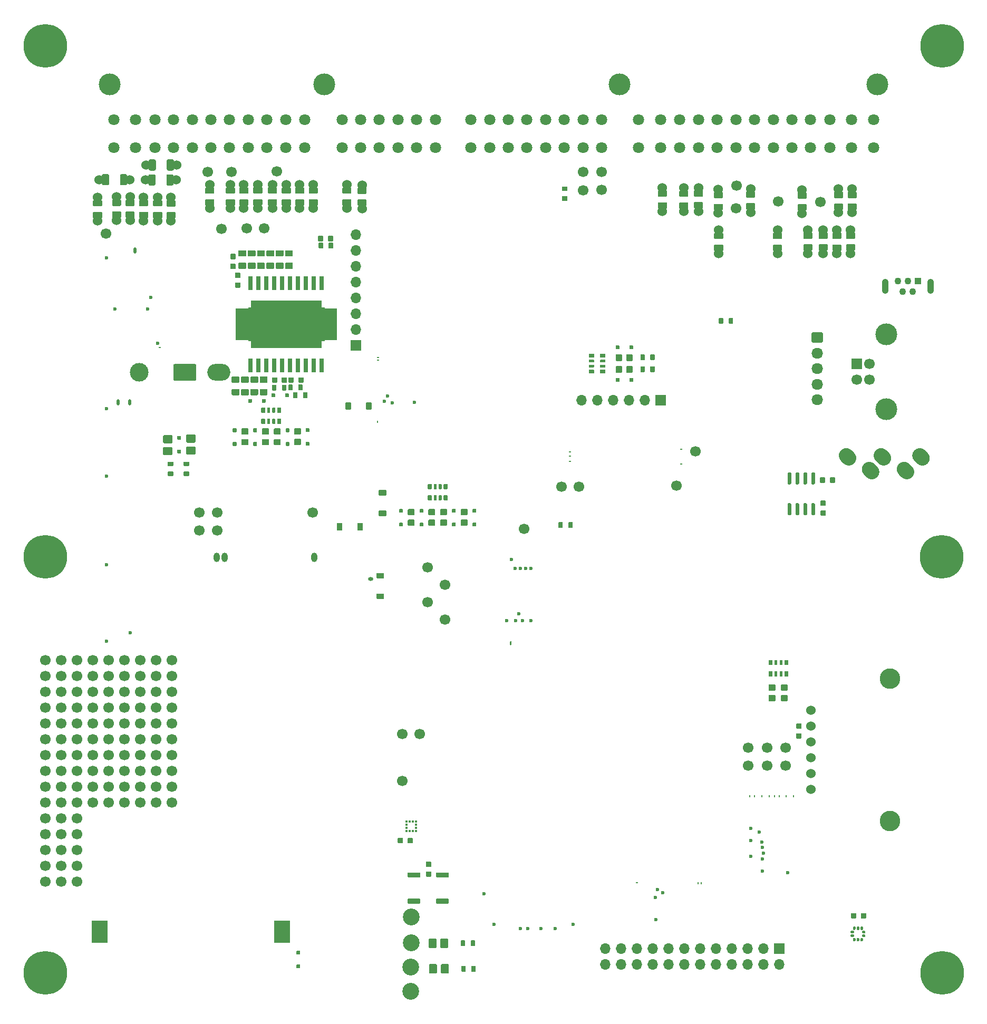
<source format=gts>
G04 #@! TF.GenerationSoftware,KiCad,Pcbnew,(5.99.0-10559-g8513ca974c)*
G04 #@! TF.CreationDate,2021-11-29T17:43:12+02:00*
G04 #@! TF.ProjectId,hellen64_NB1,68656c6c-656e-4363-945f-4e42312e6b69,b*
G04 #@! TF.SameCoordinates,PX141ef50PYa2cc1bc*
G04 #@! TF.FileFunction,Soldermask,Top*
G04 #@! TF.FilePolarity,Negative*
%FSLAX46Y46*%
G04 Gerber Fmt 4.6, Leading zero omitted, Abs format (unit mm)*
G04 Created by KiCad (PCBNEW (5.99.0-10559-g8513ca974c)) date 2021-11-29 17:43:12*
%MOMM*%
%LPD*%
G01*
G04 APERTURE LIST*
%ADD10C,0.010000*%
%ADD11C,0.599999*%
%ADD12O,0.499999X0.250000*%
%ADD13C,1.524000*%
%ADD14C,1.700000*%
%ADD15R,1.700000X1.700000*%
%ADD16O,1.700000X1.700000*%
%ADD17C,2.700000*%
%ADD18O,1.000001X1.500000*%
%ADD19O,0.800001X0.599999*%
%ADD20C,3.500120*%
%ADD21C,1.800000*%
%ADD22R,1.100000X1.100000*%
%ADD23C,1.100000*%
%ADD24O,1.100000X2.400000*%
%ADD25C,3.500000*%
%ADD26O,0.250000X0.499999*%
%ADD27C,3.302000*%
%ADD28C,7.000000*%
%ADD29R,0.375000X0.350000*%
%ADD30R,0.350000X0.375000*%
%ADD31R,2.600000X3.600000*%
%ADD32O,0.499999X1.000001*%
%ADD33O,0.499999X0.200000*%
%ADD34C,3.000000*%
%ADD35O,3.700000X2.700000*%
%ADD36C,0.600000*%
%ADD37O,0.200000X0.399999*%
%ADD38R,0.800000X2.200000*%
%ADD39R,2.032000X5.080000*%
%ADD40R,11.430000X7.620000*%
%ADD41O,1.850000X1.700000*%
G04 APERTURE END LIST*
D10*
G04 #@! TO.C,U5*
X49372130Y111896940D02*
X49772680Y111896940D01*
X49772680Y111896940D02*
X49772680Y106611020D01*
X49772680Y106611020D02*
X49372130Y106611020D01*
X49372130Y106611020D02*
X49372130Y111896940D01*
G36*
X49772680Y106611020D02*
G01*
X49372130Y106611020D01*
X49372130Y111896940D01*
X49772680Y111896940D01*
X49772680Y106611020D01*
G37*
X49772680Y106611020D02*
X49372130Y106611020D01*
X49372130Y111896940D01*
X49772680Y111896940D01*
X49772680Y106611020D01*
X37568530Y111896940D02*
X37987080Y111896940D01*
X37987080Y111896940D02*
X37987080Y106608480D01*
X37987080Y106608480D02*
X37568530Y106608480D01*
X37568530Y106608480D02*
X37568530Y111896940D01*
G36*
X37987080Y106608480D02*
G01*
X37568530Y106608480D01*
X37568530Y111896940D01*
X37987080Y111896940D01*
X37987080Y106608480D01*
G37*
X37987080Y106608480D02*
X37568530Y106608480D01*
X37568530Y111896940D01*
X37987080Y111896940D01*
X37987080Y106608480D01*
G04 #@! TD*
G04 #@! TO.C,R23*
G36*
G01*
X49601680Y122245340D02*
X49601680Y121465340D01*
G75*
G02*
X49531680Y121395340I-70000J0D01*
G01*
X48971680Y121395340D01*
G75*
G02*
X48901680Y121465340I0J70000D01*
G01*
X48901680Y122245340D01*
G75*
G02*
X48971680Y122315340I70000J0D01*
G01*
X49531680Y122315340D01*
G75*
G02*
X49601680Y122245340I0J-70000D01*
G01*
G37*
G36*
G01*
X51201680Y122245340D02*
X51201680Y121465340D01*
G75*
G02*
X51131680Y121395340I-70000J0D01*
G01*
X50571680Y121395340D01*
G75*
G02*
X50501680Y121465340I0J70000D01*
G01*
X50501680Y122245340D01*
G75*
G02*
X50571680Y122315340I70000J0D01*
G01*
X51131680Y122315340D01*
G75*
G02*
X51201680Y122245340I0J-70000D01*
G01*
G37*
G04 #@! TD*
G04 #@! TO.C,C21*
G36*
G01*
X51241681Y123320340D02*
X51241681Y122640340D01*
G75*
G02*
X51156681Y122555340I-85000J0D01*
G01*
X50476681Y122555340D01*
G75*
G02*
X50391681Y122640340I0J85000D01*
G01*
X50391681Y123320340D01*
G75*
G02*
X50476681Y123405340I85000J0D01*
G01*
X51156681Y123405340D01*
G75*
G02*
X51241681Y123320340I0J-85000D01*
G01*
G37*
G36*
G01*
X49661679Y123320340D02*
X49661679Y122640340D01*
G75*
G02*
X49576679Y122555340I-85000J0D01*
G01*
X48896679Y122555340D01*
G75*
G02*
X48811679Y122640340I0J85000D01*
G01*
X48811679Y123320340D01*
G75*
G02*
X48896679Y123405340I85000J0D01*
G01*
X49576679Y123405340D01*
G75*
G02*
X49661679Y123320340I0J-85000D01*
G01*
G37*
G04 #@! TD*
D11*
G04 #@! TO.C,M4*
X75468535Y17795040D03*
X77043549Y12890031D03*
X89747567Y12899094D03*
X81268539Y12220030D03*
X82443543Y12220030D03*
X84618537Y12220030D03*
X86843539Y12220030D03*
G04 #@! TD*
D12*
G04 #@! TO.C,M9*
X89261466Y87168744D03*
X89261466Y88043744D03*
X89261466Y88743745D03*
X107086464Y89193744D03*
X107086464Y86793741D03*
G04 #@! TD*
G04 #@! TO.C,R8*
G36*
G01*
X128075000Y121049999D02*
X126825000Y121049999D01*
G75*
G02*
X126725000Y121149999I0J100000D01*
G01*
X126725000Y121949999D01*
G75*
G02*
X126825000Y122049999I100000J0D01*
G01*
X128075000Y122049999D01*
G75*
G02*
X128175000Y121949999I0J-100000D01*
G01*
X128175000Y121149999D01*
G75*
G02*
X128075000Y121049999I-100000J0D01*
G01*
G37*
D13*
X127450000Y120595000D03*
X127450000Y124405000D03*
G36*
G01*
X128075000Y122950021D02*
X126825000Y122950021D01*
G75*
G02*
X126725000Y123050021I0J100000D01*
G01*
X126725000Y123850021D01*
G75*
G02*
X126825000Y123950021I100000J0D01*
G01*
X128075000Y123950021D01*
G75*
G02*
X128175000Y123850021I0J-100000D01*
G01*
X128175000Y123050021D01*
G75*
G02*
X128075000Y122950021I-100000J0D01*
G01*
G37*
G04 #@! TD*
G04 #@! TO.C,R32*
G36*
G01*
X48649428Y128280339D02*
X47399428Y128280339D01*
G75*
G02*
X47299428Y128380339I0J100000D01*
G01*
X47299428Y129180339D01*
G75*
G02*
X47399428Y129280339I100000J0D01*
G01*
X48649428Y129280339D01*
G75*
G02*
X48749428Y129180339I0J-100000D01*
G01*
X48749428Y128380339D01*
G75*
G02*
X48649428Y128280339I-100000J0D01*
G01*
G37*
X48024428Y127825340D03*
X48024428Y131635340D03*
G36*
G01*
X48649428Y130180361D02*
X47399428Y130180361D01*
G75*
G02*
X47299428Y130280361I0J100000D01*
G01*
X47299428Y131080361D01*
G75*
G02*
X47399428Y131180361I100000J0D01*
G01*
X48649428Y131180361D01*
G75*
G02*
X48749428Y131080361I0J-100000D01*
G01*
X48749428Y130280361D01*
G75*
G02*
X48649428Y130180361I-100000J0D01*
G01*
G37*
G04 #@! TD*
D14*
G04 #@! TO.C,P5*
X62302380Y35910220D03*
G04 #@! TD*
G04 #@! TO.C,P6*
X62302380Y43412400D03*
G04 #@! TD*
G04 #@! TO.C,P47*
X40126680Y124605340D03*
G04 #@! TD*
G04 #@! TO.C,R2*
G36*
G01*
X24710000Y87162500D02*
X25490000Y87162500D01*
G75*
G02*
X25560000Y87092500I0J-70000D01*
G01*
X25560000Y86532500D01*
G75*
G02*
X25490000Y86462500I-70000J0D01*
G01*
X24710000Y86462500D01*
G75*
G02*
X24640000Y86532500I0J70000D01*
G01*
X24640000Y87092500D01*
G75*
G02*
X24710000Y87162500I70000J0D01*
G01*
G37*
G36*
G01*
X24710000Y85562500D02*
X25490000Y85562500D01*
G75*
G02*
X25560000Y85492500I0J-70000D01*
G01*
X25560000Y84932500D01*
G75*
G02*
X25490000Y84862500I-70000J0D01*
G01*
X24710000Y84862500D01*
G75*
G02*
X24640000Y84932500I0J70000D01*
G01*
X24640000Y85492500D01*
G75*
G02*
X24710000Y85562500I70000J0D01*
G01*
G37*
G04 #@! TD*
D15*
G04 #@! TO.C,J27*
X103851680Y97005340D03*
D16*
X101311680Y97005340D03*
X98771680Y97005340D03*
X96231680Y97005340D03*
X93691680Y97005340D03*
X91151680Y97005340D03*
G04 #@! TD*
G04 #@! TO.C,R4*
G36*
G01*
X113151680Y109390340D02*
X113151680Y110170340D01*
G75*
G02*
X113221680Y110240340I70000J0D01*
G01*
X113781680Y110240340D01*
G75*
G02*
X113851680Y110170340I0J-70000D01*
G01*
X113851680Y109390340D01*
G75*
G02*
X113781680Y109320340I-70000J0D01*
G01*
X113221680Y109320340D01*
G75*
G02*
X113151680Y109390340I0J70000D01*
G01*
G37*
G36*
G01*
X114751680Y109390340D02*
X114751680Y110170340D01*
G75*
G02*
X114821680Y110240340I70000J0D01*
G01*
X115381680Y110240340D01*
G75*
G02*
X115451680Y110170340I0J-70000D01*
G01*
X115451680Y109390340D01*
G75*
G02*
X115381680Y109320340I-70000J0D01*
G01*
X114821680Y109320340D01*
G75*
G02*
X114751680Y109390340I0J70000D01*
G01*
G37*
G04 #@! TD*
D14*
G04 #@! TO.C,P19*
X115951680Y127855340D03*
G04 #@! TD*
D17*
G04 #@! TO.C,J19*
X63719659Y2136041D03*
G04 #@! TD*
G04 #@! TO.C,C3*
G36*
G01*
X61596678Y25965340D02*
X61596678Y26645340D01*
G75*
G02*
X61681678Y26730340I85000J0D01*
G01*
X62361678Y26730340D01*
G75*
G02*
X62446678Y26645340I0J-85000D01*
G01*
X62446678Y25965340D01*
G75*
G02*
X62361678Y25880340I-85000J0D01*
G01*
X61681678Y25880340D01*
G75*
G02*
X61596678Y25965340I0J85000D01*
G01*
G37*
G36*
G01*
X63176680Y25965340D02*
X63176680Y26645340D01*
G75*
G02*
X63261680Y26730340I85000J0D01*
G01*
X63941680Y26730340D01*
G75*
G02*
X64026680Y26645340I0J-85000D01*
G01*
X64026680Y25965340D01*
G75*
G02*
X63941680Y25880340I-85000J0D01*
G01*
X63261680Y25880340D01*
G75*
G02*
X63176680Y25965340I0J85000D01*
G01*
G37*
G04 #@! TD*
D14*
G04 #@! TO.C,G4*
X20210000Y45097322D03*
X20210000Y47637322D03*
X20210000Y50177322D03*
X20210000Y52717322D03*
X20210000Y55257322D03*
X22750000Y45097322D03*
X22750000Y47637322D03*
X22750000Y50177322D03*
X22750000Y52717322D03*
X22750000Y55257322D03*
X25290000Y45097322D03*
X25290000Y47637322D03*
X25290000Y50177322D03*
X25290000Y52717322D03*
X25290000Y55257322D03*
G04 #@! TD*
G04 #@! TO.C,R9*
G36*
G01*
X44026680Y98690340D02*
X44026680Y99470340D01*
G75*
G02*
X44096680Y99540340I70000J0D01*
G01*
X44656680Y99540340D01*
G75*
G02*
X44726680Y99470340I0J-70000D01*
G01*
X44726680Y98690340D01*
G75*
G02*
X44656680Y98620340I-70000J0D01*
G01*
X44096680Y98620340D01*
G75*
G02*
X44026680Y98690340I0J70000D01*
G01*
G37*
G36*
G01*
X45626680Y98690340D02*
X45626680Y99470340D01*
G75*
G02*
X45696680Y99540340I70000J0D01*
G01*
X46256680Y99540340D01*
G75*
G02*
X46326680Y99470340I0J-70000D01*
G01*
X46326680Y98690340D01*
G75*
G02*
X46256680Y98620340I-70000J0D01*
G01*
X45696680Y98620340D01*
G75*
G02*
X45626680Y98690340I0J70000D01*
G01*
G37*
G04 #@! TD*
G04 #@! TO.C,P10*
X91401680Y130755340D03*
G04 #@! TD*
D13*
G04 #@! TO.C,R21*
X55876680Y127800319D03*
G36*
G01*
X56501680Y128255318D02*
X55251680Y128255318D01*
G75*
G02*
X55151680Y128355318I0J100000D01*
G01*
X55151680Y129155318D01*
G75*
G02*
X55251680Y129255318I100000J0D01*
G01*
X56501680Y129255318D01*
G75*
G02*
X56601680Y129155318I0J-100000D01*
G01*
X56601680Y128355318D01*
G75*
G02*
X56501680Y128255318I-100000J0D01*
G01*
G37*
G36*
G01*
X56501680Y130155340D02*
X55251680Y130155340D01*
G75*
G02*
X55151680Y130255340I0J100000D01*
G01*
X55151680Y131055340D01*
G75*
G02*
X55251680Y131155340I100000J0D01*
G01*
X56501680Y131155340D01*
G75*
G02*
X56601680Y131055340I0J-100000D01*
G01*
X56601680Y130255340D01*
G75*
G02*
X56501680Y130155340I-100000J0D01*
G01*
G37*
X55876680Y131610319D03*
G04 #@! TD*
D14*
G04 #@! TO.C,P12*
X29701680Y79005340D03*
G04 #@! TD*
G04 #@! TO.C,G12*
X12590000Y32397322D03*
X12590000Y34937322D03*
X12590000Y37477322D03*
X12590000Y40017322D03*
X12590000Y42557322D03*
X15130000Y32397322D03*
X15130000Y34937322D03*
X15130000Y37477322D03*
X15130000Y40017322D03*
X15130000Y42557322D03*
X17670000Y32397322D03*
X17670000Y34937322D03*
X17670000Y37477322D03*
X17670000Y40017322D03*
X17670000Y42557322D03*
G04 #@! TD*
D18*
G04 #@! TO.C,M5*
X32559110Y71817999D03*
X33814975Y71817999D03*
X48190001Y71817999D03*
D19*
X57244999Y68321715D03*
G04 #@! TD*
D13*
G04 #@! TO.C,R36*
X31401680Y127825340D03*
G36*
G01*
X32026680Y128280339D02*
X30776680Y128280339D01*
G75*
G02*
X30676680Y128380339I0J100000D01*
G01*
X30676680Y129180339D01*
G75*
G02*
X30776680Y129280339I100000J0D01*
G01*
X32026680Y129280339D01*
G75*
G02*
X32126680Y129180339I0J-100000D01*
G01*
X32126680Y128380339D01*
G75*
G02*
X32026680Y128280339I-100000J0D01*
G01*
G37*
G36*
G01*
X32026680Y130180361D02*
X30776680Y130180361D01*
G75*
G02*
X30676680Y130280361I0J100000D01*
G01*
X30676680Y131080361D01*
G75*
G02*
X30776680Y131180361I100000J0D01*
G01*
X32026680Y131180361D01*
G75*
G02*
X32126680Y131080361I0J-100000D01*
G01*
X32126680Y130280361D01*
G75*
G02*
X32026680Y130180361I-100000J0D01*
G01*
G37*
X31401680Y131635340D03*
G04 #@! TD*
G04 #@! TO.C,D1*
G36*
G01*
X67906019Y6350340D02*
X67906019Y5110340D01*
G75*
G02*
X67776019Y4980340I-130000J0D01*
G01*
X66736019Y4980340D01*
G75*
G02*
X66606019Y5110340I0J130000D01*
G01*
X66606019Y6350340D01*
G75*
G02*
X66736019Y6480340I130000J0D01*
G01*
X67776019Y6480340D01*
G75*
G02*
X67906019Y6350340I0J-130000D01*
G01*
G37*
G36*
G01*
X69806040Y6350340D02*
X69806040Y5110340D01*
G75*
G02*
X69676040Y4980340I-130000J0D01*
G01*
X68636040Y4980340D01*
G75*
G02*
X68506040Y5110340I0J130000D01*
G01*
X68506040Y6350340D01*
G75*
G02*
X68636040Y6480340I130000J0D01*
G01*
X69676040Y6480340D01*
G75*
G02*
X69806040Y6350340I0J-130000D01*
G01*
G37*
G04 #@! TD*
G04 #@! TO.C,R48*
G36*
G01*
X113701680Y127555318D02*
X112451680Y127555318D01*
G75*
G02*
X112351680Y127655318I0J100000D01*
G01*
X112351680Y128455318D01*
G75*
G02*
X112451680Y128555318I100000J0D01*
G01*
X113701680Y128555318D01*
G75*
G02*
X113801680Y128455318I0J-100000D01*
G01*
X113801680Y127655318D01*
G75*
G02*
X113701680Y127555318I-100000J0D01*
G01*
G37*
X113076680Y127100319D03*
X113076680Y130910319D03*
G36*
G01*
X113701680Y129455340D02*
X112451680Y129455340D01*
G75*
G02*
X112351680Y129555340I0J100000D01*
G01*
X112351680Y130355340D01*
G75*
G02*
X112451680Y130455340I100000J0D01*
G01*
X113701680Y130455340D01*
G75*
G02*
X113801680Y130355340I0J-100000D01*
G01*
X113801680Y129555340D01*
G75*
G02*
X113701680Y129455340I-100000J0D01*
G01*
G37*
G04 #@! TD*
G04 #@! TO.C,D15*
G36*
G01*
X62411889Y79496090D02*
X62411889Y79016090D01*
G75*
G02*
X62351889Y78956090I-60000J0D01*
G01*
X61871889Y78956090D01*
G75*
G02*
X61811889Y79016090I0J60000D01*
G01*
X61811889Y79496090D01*
G75*
G02*
X61871889Y79556090I60000J0D01*
G01*
X62351889Y79556090D01*
G75*
G02*
X62411889Y79496090I0J-60000D01*
G01*
G37*
G36*
G01*
X62411889Y77296090D02*
X62411889Y76816090D01*
G75*
G02*
X62351889Y76756090I-60000J0D01*
G01*
X61871889Y76756090D01*
G75*
G02*
X61811889Y76816090I0J60000D01*
G01*
X61811889Y77296090D01*
G75*
G02*
X61871889Y77356090I60000J0D01*
G01*
X62351889Y77356090D01*
G75*
G02*
X62411889Y77296090I0J-60000D01*
G01*
G37*
G04 #@! TD*
G04 #@! TO.C,C7*
G36*
G01*
X34790197Y120526785D02*
X35470197Y120526785D01*
G75*
G02*
X35555197Y120441785I0J-85000D01*
G01*
X35555197Y119761785D01*
G75*
G02*
X35470197Y119676785I-85000J0D01*
G01*
X34790197Y119676785D01*
G75*
G02*
X34705197Y119761785I0J85000D01*
G01*
X34705197Y120441785D01*
G75*
G02*
X34790197Y120526785I85000J0D01*
G01*
G37*
G36*
G01*
X34790197Y118946783D02*
X35470197Y118946783D01*
G75*
G02*
X35555197Y118861783I0J-85000D01*
G01*
X35555197Y118181783D01*
G75*
G02*
X35470197Y118096783I-85000J0D01*
G01*
X34790197Y118096783D01*
G75*
G02*
X34705197Y118181783I0J85000D01*
G01*
X34705197Y118861783D01*
G75*
G02*
X34790197Y118946783I85000J0D01*
G01*
G37*
G04 #@! TD*
G04 #@! TO.C,C1*
G36*
G01*
X66211680Y22945341D02*
X66891680Y22945341D01*
G75*
G02*
X66976680Y22860341I0J-85000D01*
G01*
X66976680Y22180341D01*
G75*
G02*
X66891680Y22095341I-85000J0D01*
G01*
X66211680Y22095341D01*
G75*
G02*
X66126680Y22180341I0J85000D01*
G01*
X66126680Y22860341D01*
G75*
G02*
X66211680Y22945341I85000J0D01*
G01*
G37*
G36*
G01*
X66211680Y21365339D02*
X66891680Y21365339D01*
G75*
G02*
X66976680Y21280339I0J-85000D01*
G01*
X66976680Y20600339D01*
G75*
G02*
X66891680Y20515339I-85000J0D01*
G01*
X66211680Y20515339D01*
G75*
G02*
X66126680Y20600339I0J85000D01*
G01*
X66126680Y21280339D01*
G75*
G02*
X66211680Y21365339I85000J0D01*
G01*
G37*
G04 #@! TD*
D14*
G04 #@! TO.C,P15*
X91401680Y133680340D03*
G04 #@! TD*
G04 #@! TO.C,S1*
G36*
G01*
X63281680Y21205341D02*
X65121680Y21205341D01*
G75*
G02*
X65201680Y21125341I0J-80000D01*
G01*
X65201680Y20485341D01*
G75*
G02*
X65121680Y20405341I-80000J0D01*
G01*
X63281680Y20405341D01*
G75*
G02*
X63201680Y20485341I0J80000D01*
G01*
X63201680Y21125341D01*
G75*
G02*
X63281680Y21205341I80000J0D01*
G01*
G37*
G36*
G01*
X63281680Y17005340D02*
X65121680Y17005340D01*
G75*
G02*
X65201680Y16925340I0J-80000D01*
G01*
X65201680Y16285340D01*
G75*
G02*
X65121680Y16205340I-80000J0D01*
G01*
X63281680Y16205340D01*
G75*
G02*
X63201680Y16285340I0J80000D01*
G01*
X63201680Y16925340D01*
G75*
G02*
X63281680Y17005340I80000J0D01*
G01*
G37*
G04 #@! TD*
G04 #@! TO.C,D6*
G36*
G01*
X71811891Y79556089D02*
X72711891Y79556089D01*
G75*
G02*
X72811891Y79456089I0J-100000D01*
G01*
X72811891Y78656089D01*
G75*
G02*
X72711891Y78556089I-100000J0D01*
G01*
X71811891Y78556089D01*
G75*
G02*
X71711891Y78656089I0J100000D01*
G01*
X71711891Y79456089D01*
G75*
G02*
X71811891Y79556089I100000J0D01*
G01*
G37*
G36*
G01*
X71811891Y77856089D02*
X72711891Y77856089D01*
G75*
G02*
X72811891Y77756089I0J-100000D01*
G01*
X72811891Y76956089D01*
G75*
G02*
X72711891Y76856089I-100000J0D01*
G01*
X71811891Y76856089D01*
G75*
G02*
X71711891Y76956089I0J100000D01*
G01*
X71711891Y77756089D01*
G75*
G02*
X71811891Y77856089I100000J0D01*
G01*
G37*
G04 #@! TD*
G04 #@! TO.C,C4*
G36*
G01*
X131806682Y84545340D02*
X131806682Y83865340D01*
G75*
G02*
X131721682Y83780340I-85000J0D01*
G01*
X131041682Y83780340D01*
G75*
G02*
X130956682Y83865340I0J85000D01*
G01*
X130956682Y84545340D01*
G75*
G02*
X131041682Y84630340I85000J0D01*
G01*
X131721682Y84630340D01*
G75*
G02*
X131806682Y84545340I0J-85000D01*
G01*
G37*
G36*
G01*
X130226680Y84545340D02*
X130226680Y83865340D01*
G75*
G02*
X130141680Y83780340I-85000J0D01*
G01*
X129461680Y83780340D01*
G75*
G02*
X129376680Y83865340I0J85000D01*
G01*
X129376680Y84545340D01*
G75*
G02*
X129461680Y84630340I85000J0D01*
G01*
X130141680Y84630340D01*
G75*
G02*
X130226680Y84545340I0J-85000D01*
G01*
G37*
G04 #@! TD*
G04 #@! TO.C,R24*
G36*
G01*
X113751680Y121005339D02*
X112501680Y121005339D01*
G75*
G02*
X112401680Y121105339I0J100000D01*
G01*
X112401680Y121905339D01*
G75*
G02*
X112501680Y122005339I100000J0D01*
G01*
X113751680Y122005339D01*
G75*
G02*
X113851680Y121905339I0J-100000D01*
G01*
X113851680Y121105339D01*
G75*
G02*
X113751680Y121005339I-100000J0D01*
G01*
G37*
D13*
X113126680Y120550340D03*
G36*
G01*
X113751680Y122905361D02*
X112501680Y122905361D01*
G75*
G02*
X112401680Y123005361I0J100000D01*
G01*
X112401680Y123805361D01*
G75*
G02*
X112501680Y123905361I100000J0D01*
G01*
X113751680Y123905361D01*
G75*
G02*
X113851680Y123805361I0J-100000D01*
G01*
X113851680Y123005361D01*
G75*
G02*
X113751680Y122905361I-100000J0D01*
G01*
G37*
X113126680Y124360340D03*
G04 #@! TD*
G04 #@! TO.C,D28*
G36*
G01*
X55996680Y77215340D02*
X55996680Y76195340D01*
G75*
G02*
X55906680Y76105340I-90000J0D01*
G01*
X55186680Y76105340D01*
G75*
G02*
X55096680Y76195340I0J90000D01*
G01*
X55096680Y77215340D01*
G75*
G02*
X55186680Y77305340I90000J0D01*
G01*
X55906680Y77305340D01*
G75*
G02*
X55996680Y77215340I0J-90000D01*
G01*
G37*
G36*
G01*
X52696680Y77215340D02*
X52696680Y76195340D01*
G75*
G02*
X52606680Y76105340I-90000J0D01*
G01*
X51886680Y76105340D01*
G75*
G02*
X51796680Y76195340I0J90000D01*
G01*
X51796680Y77215340D01*
G75*
G02*
X51886680Y77305340I90000J0D01*
G01*
X52606680Y77305340D01*
G75*
G02*
X52696680Y77215340I0J-90000D01*
G01*
G37*
G04 #@! TD*
G04 #@! TO.C,R33*
X43701680Y127825340D03*
G36*
G01*
X44326680Y128280339D02*
X43076680Y128280339D01*
G75*
G02*
X42976680Y128380339I0J100000D01*
G01*
X42976680Y129180339D01*
G75*
G02*
X43076680Y129280339I100000J0D01*
G01*
X44326680Y129280339D01*
G75*
G02*
X44426680Y129180339I0J-100000D01*
G01*
X44426680Y128380339D01*
G75*
G02*
X44326680Y128280339I-100000J0D01*
G01*
G37*
G36*
G01*
X44326680Y130180361D02*
X43076680Y130180361D01*
G75*
G02*
X42976680Y130280361I0J100000D01*
G01*
X42976680Y131080361D01*
G75*
G02*
X43076680Y131180361I100000J0D01*
G01*
X44326680Y131180361D01*
G75*
G02*
X44426680Y131080361I0J-100000D01*
G01*
X44426680Y130280361D01*
G75*
G02*
X44326680Y130180361I-100000J0D01*
G01*
G37*
X43701680Y131635340D03*
G04 #@! TD*
G04 #@! TO.C,D12*
G36*
G01*
X74199386Y79494591D02*
X74199386Y79014591D01*
G75*
G02*
X74139386Y78954591I-60000J0D01*
G01*
X73659386Y78954591D01*
G75*
G02*
X73599386Y79014591I0J60000D01*
G01*
X73599386Y79494591D01*
G75*
G02*
X73659386Y79554591I60000J0D01*
G01*
X74139386Y79554591D01*
G75*
G02*
X74199386Y79494591I0J-60000D01*
G01*
G37*
G36*
G01*
X74199386Y77294591D02*
X74199386Y76814591D01*
G75*
G02*
X74139386Y76754591I-60000J0D01*
G01*
X73659386Y76754591D01*
G75*
G02*
X73599386Y76814591I0J60000D01*
G01*
X73599386Y77294591D01*
G75*
G02*
X73659386Y77354591I60000J0D01*
G01*
X74139386Y77354591D01*
G75*
G02*
X74199386Y77294591I0J-60000D01*
G01*
G37*
G04 #@! TD*
G04 #@! TO.C,R42*
G36*
G01*
X14016221Y126259437D02*
X12766221Y126259437D01*
G75*
G02*
X12666221Y126359437I0J100000D01*
G01*
X12666221Y127159437D01*
G75*
G02*
X12766221Y127259437I100000J0D01*
G01*
X14016221Y127259437D01*
G75*
G02*
X14116221Y127159437I0J-100000D01*
G01*
X14116221Y126359437D01*
G75*
G02*
X14016221Y126259437I-100000J0D01*
G01*
G37*
X13391221Y125804438D03*
X13391221Y129614438D03*
G36*
G01*
X14016221Y128159459D02*
X12766221Y128159459D01*
G75*
G02*
X12666221Y128259459I0J100000D01*
G01*
X12666221Y129059459D01*
G75*
G02*
X12766221Y129159459I100000J0D01*
G01*
X14016221Y129159459D01*
G75*
G02*
X14116221Y129059459I0J-100000D01*
G01*
X14116221Y128259459D01*
G75*
G02*
X14016221Y128159459I-100000J0D01*
G01*
G37*
G04 #@! TD*
D20*
G04 #@! TO.C,P2*
X138640980Y147779760D03*
X15340980Y147779760D03*
X49790980Y147779760D03*
X97190980Y147779760D03*
D21*
X15990980Y137579120D03*
X19488560Y137579120D03*
X22589900Y137579120D03*
X25589640Y137579120D03*
X28589380Y137579120D03*
X31589120Y137579120D03*
X34588860Y137579120D03*
X37588600Y137579120D03*
X40588340Y137579120D03*
X43588080Y137579120D03*
X46689420Y137579120D03*
X15990980Y142080000D03*
X19488560Y142080000D03*
X22589900Y142080000D03*
X25589640Y142080000D03*
X28589380Y142080000D03*
X31589120Y142080000D03*
X34588860Y142080000D03*
X37588600Y142080000D03*
X40588340Y142080000D03*
X43588080Y142080000D03*
X46689420Y142080000D03*
X73340980Y137579120D03*
X76340720Y137579120D03*
X79340460Y137579120D03*
X82340200Y137579120D03*
X85342480Y137579120D03*
X88342220Y137579120D03*
X91341960Y137579120D03*
X94341700Y137579120D03*
X73340980Y142080000D03*
X76340720Y142080000D03*
X79340460Y142080000D03*
X82340200Y142080000D03*
X85342480Y142080000D03*
X88342220Y142080000D03*
X91341960Y142080000D03*
X94341700Y142080000D03*
X100287840Y137579120D03*
X103787960Y137579120D03*
X106891840Y137579120D03*
X109891580Y137579120D03*
X112891320Y137579120D03*
X115891060Y137579120D03*
X118890800Y137579120D03*
X121890540Y137579120D03*
X124890280Y137579120D03*
X127890020Y137579120D03*
X130991360Y137579120D03*
X134491480Y137579120D03*
X137991600Y137579120D03*
X100287840Y142080000D03*
X103787960Y142080000D03*
X106891840Y142080000D03*
X109891580Y142080000D03*
X112891320Y142080000D03*
X115891060Y142080000D03*
X118890800Y142080000D03*
X121890540Y142080000D03*
X124890280Y142080000D03*
X127890020Y142080000D03*
X130991360Y142080000D03*
X134491480Y142080000D03*
X137991600Y142080000D03*
X52640980Y137579120D03*
X55640720Y137579120D03*
X58640460Y137579120D03*
X61640200Y137579120D03*
X64642480Y137579120D03*
X67642220Y137579120D03*
X52640980Y142080000D03*
X55640720Y142080000D03*
X58640460Y142080000D03*
X61640200Y142080000D03*
X64642480Y142080000D03*
X67642220Y142080000D03*
G04 #@! TD*
G04 #@! TO.C,D22*
G36*
G01*
X38989177Y92443841D02*
X38989177Y91963841D01*
G75*
G02*
X38929177Y91903841I-60000J0D01*
G01*
X38449177Y91903841D01*
G75*
G02*
X38389177Y91963841I0J60000D01*
G01*
X38389177Y92443841D01*
G75*
G02*
X38449177Y92503841I60000J0D01*
G01*
X38929177Y92503841D01*
G75*
G02*
X38989177Y92443841I0J-60000D01*
G01*
G37*
G36*
G01*
X38989177Y90243841D02*
X38989177Y89763841D01*
G75*
G02*
X38929177Y89703841I-60000J0D01*
G01*
X38449177Y89703841D01*
G75*
G02*
X38389177Y89763841I0J60000D01*
G01*
X38389177Y90243841D01*
G75*
G02*
X38449177Y90303841I60000J0D01*
G01*
X38929177Y90303841D01*
G75*
G02*
X38989177Y90243841I0J-60000D01*
G01*
G37*
G04 #@! TD*
D14*
G04 #@! TO.C,P56*
X42200000Y133780340D03*
G04 #@! TD*
G04 #@! TO.C,P52*
X129494479Y128900000D03*
G04 #@! TD*
G04 #@! TO.C,D11*
G36*
G01*
X28995000Y90212521D02*
X27755000Y90212521D01*
G75*
G02*
X27625000Y90342521I0J130000D01*
G01*
X27625000Y91382521D01*
G75*
G02*
X27755000Y91512521I130000J0D01*
G01*
X28995000Y91512521D01*
G75*
G02*
X29125000Y91382521I0J-130000D01*
G01*
X29125000Y90342521D01*
G75*
G02*
X28995000Y90212521I-130000J0D01*
G01*
G37*
G36*
G01*
X28995000Y88312500D02*
X27755000Y88312500D01*
G75*
G02*
X27625000Y88442500I0J130000D01*
G01*
X27625000Y89482500D01*
G75*
G02*
X27755000Y89612500I130000J0D01*
G01*
X28995000Y89612500D01*
G75*
G02*
X29125000Y89482500I0J-130000D01*
G01*
X29125000Y88442500D01*
G75*
G02*
X28995000Y88312500I-130000J0D01*
G01*
G37*
G04 #@! TD*
G04 #@! TO.C,C17*
G36*
G01*
X39526680Y100830340D02*
X40576680Y100830340D01*
G75*
G02*
X40676680Y100730340I0J-100000D01*
G01*
X40676680Y99930340D01*
G75*
G02*
X40576680Y99830340I-100000J0D01*
G01*
X39526680Y99830340D01*
G75*
G02*
X39426680Y99930340I0J100000D01*
G01*
X39426680Y100730340D01*
G75*
G02*
X39526680Y100830340I100000J0D01*
G01*
G37*
G36*
G01*
X39526680Y98830340D02*
X40576680Y98830340D01*
G75*
G02*
X40676680Y98730340I0J-100000D01*
G01*
X40676680Y97930340D01*
G75*
G02*
X40576680Y97830340I-100000J0D01*
G01*
X39526680Y97830340D01*
G75*
G02*
X39426680Y97930340I0J100000D01*
G01*
X39426680Y98730340D01*
G75*
G02*
X39526680Y98830340I100000J0D01*
G01*
G37*
G04 #@! TD*
G04 #@! TO.C,P44*
X90726680Y83130340D03*
G04 #@! TD*
G04 #@! TO.C,P13*
X32601680Y76105340D03*
G04 #@! TD*
G04 #@! TO.C,R11*
G36*
G01*
X88011680Y131355340D02*
X88791680Y131355340D01*
G75*
G02*
X88861680Y131285340I0J-70000D01*
G01*
X88861680Y130725340D01*
G75*
G02*
X88791680Y130655340I-70000J0D01*
G01*
X88011680Y130655340D01*
G75*
G02*
X87941680Y130725340I0J70000D01*
G01*
X87941680Y131285340D01*
G75*
G02*
X88011680Y131355340I70000J0D01*
G01*
G37*
G36*
G01*
X88011680Y129755340D02*
X88791680Y129755340D01*
G75*
G02*
X88861680Y129685340I0J-70000D01*
G01*
X88861680Y129125340D01*
G75*
G02*
X88791680Y129055340I-70000J0D01*
G01*
X88011680Y129055340D01*
G75*
G02*
X87941680Y129125340I0J70000D01*
G01*
X87941680Y129685340D01*
G75*
G02*
X88011680Y129755340I70000J0D01*
G01*
G37*
G04 #@! TD*
G04 #@! TO.C,R6*
G36*
G01*
X69611889Y83491090D02*
X69611889Y82821090D01*
G75*
G02*
X69546889Y82756090I-65000J0D01*
G01*
X69026889Y82756090D01*
G75*
G02*
X68961889Y82821090I0J65000D01*
G01*
X68961889Y83491090D01*
G75*
G02*
X69026889Y83556090I65000J0D01*
G01*
X69546889Y83556090D01*
G75*
G02*
X69611889Y83491090I0J-65000D01*
G01*
G37*
G36*
G01*
X68636889Y83511090D02*
X68636889Y82801090D01*
G75*
G02*
X68591889Y82756090I-45000J0D01*
G01*
X68231889Y82756090D01*
G75*
G02*
X68186889Y82801090I0J45000D01*
G01*
X68186889Y83511090D01*
G75*
G02*
X68231889Y83556090I45000J0D01*
G01*
X68591889Y83556090D01*
G75*
G02*
X68636889Y83511090I0J-45000D01*
G01*
G37*
G36*
G01*
X67836889Y83511090D02*
X67836889Y82801090D01*
G75*
G02*
X67791889Y82756090I-45000J0D01*
G01*
X67431889Y82756090D01*
G75*
G02*
X67386889Y82801090I0J45000D01*
G01*
X67386889Y83511090D01*
G75*
G02*
X67431889Y83556090I45000J0D01*
G01*
X67791889Y83556090D01*
G75*
G02*
X67836889Y83511090I0J-45000D01*
G01*
G37*
G36*
G01*
X67061889Y83491090D02*
X67061889Y82821090D01*
G75*
G02*
X66996889Y82756090I-65000J0D01*
G01*
X66476889Y82756090D01*
G75*
G02*
X66411889Y82821090I0J65000D01*
G01*
X66411889Y83491090D01*
G75*
G02*
X66476889Y83556090I65000J0D01*
G01*
X66996889Y83556090D01*
G75*
G02*
X67061889Y83491090I0J-65000D01*
G01*
G37*
G36*
G01*
X67061889Y81691090D02*
X67061889Y81021090D01*
G75*
G02*
X66996889Y80956090I-65000J0D01*
G01*
X66476889Y80956090D01*
G75*
G02*
X66411889Y81021090I0J65000D01*
G01*
X66411889Y81691090D01*
G75*
G02*
X66476889Y81756090I65000J0D01*
G01*
X66996889Y81756090D01*
G75*
G02*
X67061889Y81691090I0J-65000D01*
G01*
G37*
G36*
G01*
X67836889Y81711090D02*
X67836889Y81001090D01*
G75*
G02*
X67791889Y80956090I-45000J0D01*
G01*
X67431889Y80956090D01*
G75*
G02*
X67386889Y81001090I0J45000D01*
G01*
X67386889Y81711090D01*
G75*
G02*
X67431889Y81756090I45000J0D01*
G01*
X67791889Y81756090D01*
G75*
G02*
X67836889Y81711090I0J-45000D01*
G01*
G37*
G36*
G01*
X68636889Y81711090D02*
X68636889Y81001090D01*
G75*
G02*
X68591889Y80956090I-45000J0D01*
G01*
X68231889Y80956090D01*
G75*
G02*
X68186889Y81001090I0J45000D01*
G01*
X68186889Y81711090D01*
G75*
G02*
X68231889Y81756090I45000J0D01*
G01*
X68591889Y81756090D01*
G75*
G02*
X68636889Y81711090I0J-45000D01*
G01*
G37*
G36*
G01*
X69611889Y81691090D02*
X69611889Y81021090D01*
G75*
G02*
X69546889Y80956090I-65000J0D01*
G01*
X69026889Y80956090D01*
G75*
G02*
X68961889Y81021090I0J65000D01*
G01*
X68961889Y81691090D01*
G75*
G02*
X69026889Y81756090I65000J0D01*
G01*
X69546889Y81756090D01*
G75*
G02*
X69611889Y81691090I0J-65000D01*
G01*
G37*
G04 #@! TD*
D17*
G04 #@! TO.C,J20*
X63719659Y6008843D03*
G04 #@! TD*
D14*
G04 #@! TO.C,P29*
X120901680Y41205340D03*
G04 #@! TD*
G04 #@! TO.C,R43*
G36*
G01*
X54051680Y128280339D02*
X52801680Y128280339D01*
G75*
G02*
X52701680Y128380339I0J100000D01*
G01*
X52701680Y129180339D01*
G75*
G02*
X52801680Y129280339I100000J0D01*
G01*
X54051680Y129280339D01*
G75*
G02*
X54151680Y129180339I0J-100000D01*
G01*
X54151680Y128380339D01*
G75*
G02*
X54051680Y128280339I-100000J0D01*
G01*
G37*
D13*
X53426680Y127825340D03*
G36*
G01*
X54051680Y130180361D02*
X52801680Y130180361D01*
G75*
G02*
X52701680Y130280361I0J100000D01*
G01*
X52701680Y131080361D01*
G75*
G02*
X52801680Y131180361I100000J0D01*
G01*
X54051680Y131180361D01*
G75*
G02*
X54151680Y131080361I0J-100000D01*
G01*
X54151680Y130280361D01*
G75*
G02*
X54051680Y130180361I-100000J0D01*
G01*
G37*
X53426680Y131635340D03*
G04 #@! TD*
D22*
G04 #@! TO.C,J1*
X145101680Y116180340D03*
D23*
X144301680Y114430340D03*
X143501680Y116180340D03*
X142701680Y114430340D03*
X141901680Y116180340D03*
D24*
X147151680Y115305340D03*
X139851680Y115305340D03*
G04 #@! TD*
D15*
G04 #@! TO.C,J6*
X54901680Y105830340D03*
D16*
X54901680Y108370340D03*
X54901680Y110910340D03*
X54901680Y113450340D03*
X54901680Y115990340D03*
X54901680Y118530340D03*
X54901680Y121070340D03*
X54901680Y123610340D03*
G04 #@! TD*
G04 #@! TO.C,D30*
G36*
G01*
X96662380Y100599897D02*
X97142380Y100599897D01*
G75*
G02*
X97202380Y100539897I0J-60000D01*
G01*
X97202380Y100059897D01*
G75*
G02*
X97142380Y99999897I-60000J0D01*
G01*
X96662380Y99999897D01*
G75*
G02*
X96602380Y100059897I0J60000D01*
G01*
X96602380Y100539897D01*
G75*
G02*
X96662380Y100599897I60000J0D01*
G01*
G37*
G36*
G01*
X98862380Y100599897D02*
X99342380Y100599897D01*
G75*
G02*
X99402380Y100539897I0J-60000D01*
G01*
X99402380Y100059897D01*
G75*
G02*
X99342380Y99999897I-60000J0D01*
G01*
X98862380Y99999897D01*
G75*
G02*
X98802380Y100059897I0J60000D01*
G01*
X98802380Y100539897D01*
G75*
G02*
X98862380Y100599897I60000J0D01*
G01*
G37*
G04 #@! TD*
D14*
G04 #@! TO.C,P30*
X120901680Y38370220D03*
G04 #@! TD*
D15*
G04 #@! TO.C,J5*
X135316680Y102855340D03*
D14*
X135316680Y100355340D03*
X137316680Y100355340D03*
X137316680Y102855340D03*
D25*
X140026680Y95585340D03*
X140026680Y107625340D03*
G04 #@! TD*
D14*
G04 #@! TO.C,P4*
X65112640Y43410220D03*
G04 #@! TD*
G04 #@! TO.C,P25*
X123901680Y38370220D03*
G04 #@! TD*
D26*
G04 #@! TO.C,M8*
X58359046Y93574906D03*
D12*
X58409044Y103924900D03*
X58409044Y103424899D03*
D11*
X59459042Y96874902D03*
X59984042Y97749904D03*
X60734040Y96574900D03*
X64284041Y96649903D03*
G04 #@! TD*
D27*
G04 #@! TO.C,U2*
X140601680Y52290340D03*
X140601680Y29430340D03*
D13*
X127901680Y47210340D03*
X127901680Y44670340D03*
X127901680Y42130340D03*
X127901680Y39590340D03*
X127901680Y37050340D03*
X127901680Y34510340D03*
G04 #@! TD*
G04 #@! TO.C,R17*
G36*
G01*
X131751680Y130496041D02*
X133001680Y130496041D01*
G75*
G02*
X133101680Y130396041I0J-100000D01*
G01*
X133101680Y129596041D01*
G75*
G02*
X133001680Y129496041I-100000J0D01*
G01*
X131751680Y129496041D01*
G75*
G02*
X131651680Y129596041I0J100000D01*
G01*
X131651680Y130396041D01*
G75*
G02*
X131751680Y130496041I100000J0D01*
G01*
G37*
X132376680Y130951040D03*
X132376680Y127141040D03*
G36*
G01*
X131751680Y128596019D02*
X133001680Y128596019D01*
G75*
G02*
X133101680Y128496019I0J-100000D01*
G01*
X133101680Y127696019D01*
G75*
G02*
X133001680Y127596019I-100000J0D01*
G01*
X131751680Y127596019D01*
G75*
G02*
X131651680Y127696019I0J100000D01*
G01*
X131651680Y128496019D01*
G75*
G02*
X131751680Y128596019I100000J0D01*
G01*
G37*
G04 #@! TD*
D14*
G04 #@! TO.C,G6*
X4970000Y45097322D03*
X4970000Y47637322D03*
X4970000Y50177322D03*
X4970000Y52717322D03*
X4970000Y55257322D03*
X7510000Y45097322D03*
X7510000Y47637322D03*
X7510000Y50177322D03*
X7510000Y52717322D03*
X7510000Y55257322D03*
X10050000Y45097322D03*
X10050000Y47637322D03*
X10050000Y50177322D03*
X10050000Y52717322D03*
X10050000Y55257322D03*
G04 #@! TD*
G04 #@! TO.C,P55*
X116026680Y131505340D03*
G04 #@! TD*
G04 #@! TO.C,P17*
X69201680Y61805340D03*
G04 #@! TD*
D12*
G04 #@! TO.C,M13*
X99993545Y19553554D03*
D26*
X110343539Y19503556D03*
X109843538Y19503556D03*
D11*
X103293541Y18453558D03*
X104168543Y17928558D03*
X102993539Y17178560D03*
X103068542Y13628559D03*
G04 #@! TD*
G04 #@! TO.C,S2*
G36*
G01*
X67856680Y21205341D02*
X69696680Y21205341D01*
G75*
G02*
X69776680Y21125341I0J-80000D01*
G01*
X69776680Y20485341D01*
G75*
G02*
X69696680Y20405341I-80000J0D01*
G01*
X67856680Y20405341D01*
G75*
G02*
X67776680Y20485341I0J80000D01*
G01*
X67776680Y21125341D01*
G75*
G02*
X67856680Y21205341I80000J0D01*
G01*
G37*
G36*
G01*
X67856680Y17005340D02*
X69696680Y17005340D01*
G75*
G02*
X69776680Y16925340I0J-80000D01*
G01*
X69776680Y16285340D01*
G75*
G02*
X69696680Y16205340I-80000J0D01*
G01*
X67856680Y16205340D01*
G75*
G02*
X67776680Y16285340I0J80000D01*
G01*
X67776680Y16925340D01*
G75*
G02*
X67856680Y17005340I80000J0D01*
G01*
G37*
G04 #@! TD*
D14*
G04 #@! TO.C,P11*
X29701680Y76105340D03*
G04 #@! TD*
G04 #@! TO.C,P50*
X31051680Y133705340D03*
G04 #@! TD*
G04 #@! TO.C,R40*
G36*
G01*
X23666221Y126254437D02*
X22416221Y126254437D01*
G75*
G02*
X22316221Y126354437I0J100000D01*
G01*
X22316221Y127154437D01*
G75*
G02*
X22416221Y127254437I100000J0D01*
G01*
X23666221Y127254437D01*
G75*
G02*
X23766221Y127154437I0J-100000D01*
G01*
X23766221Y126354437D01*
G75*
G02*
X23666221Y126254437I-100000J0D01*
G01*
G37*
D13*
X23041221Y125799438D03*
G36*
G01*
X23666221Y128154459D02*
X22416221Y128154459D01*
G75*
G02*
X22316221Y128254459I0J100000D01*
G01*
X22316221Y129054459D01*
G75*
G02*
X22416221Y129154459I100000J0D01*
G01*
X23666221Y129154459D01*
G75*
G02*
X23766221Y129054459I0J-100000D01*
G01*
X23766221Y128254459D01*
G75*
G02*
X23666221Y128154459I-100000J0D01*
G01*
G37*
X23041221Y129609438D03*
G04 #@! TD*
G04 #@! TO.C,D23*
G36*
G01*
X35701680Y92445340D02*
X35701680Y91965340D01*
G75*
G02*
X35641680Y91905340I-60000J0D01*
G01*
X35161680Y91905340D01*
G75*
G02*
X35101680Y91965340I0J60000D01*
G01*
X35101680Y92445340D01*
G75*
G02*
X35161680Y92505340I60000J0D01*
G01*
X35641680Y92505340D01*
G75*
G02*
X35701680Y92445340I0J-60000D01*
G01*
G37*
G36*
G01*
X35701680Y90245340D02*
X35701680Y89765340D01*
G75*
G02*
X35641680Y89705340I-60000J0D01*
G01*
X35161680Y89705340D01*
G75*
G02*
X35101680Y89765340I0J60000D01*
G01*
X35101680Y90245340D01*
G75*
G02*
X35161680Y90305340I60000J0D01*
G01*
X35641680Y90305340D01*
G75*
G02*
X35701680Y90245340I0J-60000D01*
G01*
G37*
G04 #@! TD*
G04 #@! TO.C,D26*
G36*
G01*
X96602381Y103412402D02*
X96602381Y104312402D01*
G75*
G02*
X96702381Y104412402I100000J0D01*
G01*
X97502381Y104412402D01*
G75*
G02*
X97602381Y104312402I0J-100000D01*
G01*
X97602381Y103412402D01*
G75*
G02*
X97502381Y103312402I-100000J0D01*
G01*
X96702381Y103312402D01*
G75*
G02*
X96602381Y103412402I0J100000D01*
G01*
G37*
G36*
G01*
X98302381Y103412402D02*
X98302381Y104312402D01*
G75*
G02*
X98402381Y104412402I100000J0D01*
G01*
X99202381Y104412402D01*
G75*
G02*
X99302381Y104312402I0J-100000D01*
G01*
X99302381Y103412402D01*
G75*
G02*
X99202381Y103312402I-100000J0D01*
G01*
X98402381Y103312402D01*
G75*
G02*
X98302381Y103412402I0J100000D01*
G01*
G37*
G04 #@! TD*
G04 #@! TO.C,C16*
G36*
G01*
X43605197Y121111784D02*
X44655197Y121111784D01*
G75*
G02*
X44755197Y121011784I0J-100000D01*
G01*
X44755197Y120211784D01*
G75*
G02*
X44655197Y120111784I-100000J0D01*
G01*
X43605197Y120111784D01*
G75*
G02*
X43505197Y120211784I0J100000D01*
G01*
X43505197Y121011784D01*
G75*
G02*
X43605197Y121111784I100000J0D01*
G01*
G37*
G36*
G01*
X43605197Y119111784D02*
X44655197Y119111784D01*
G75*
G02*
X44755197Y119011784I0J-100000D01*
G01*
X44755197Y118211784D01*
G75*
G02*
X44655197Y118111784I-100000J0D01*
G01*
X43605197Y118111784D01*
G75*
G02*
X43505197Y118211784I0J100000D01*
G01*
X43505197Y119011784D01*
G75*
G02*
X43605197Y119111784I100000J0D01*
G01*
G37*
G04 #@! TD*
D28*
G04 #@! TO.C,J13*
X5000000Y5100000D03*
G04 #@! TD*
G04 #@! TO.C,R16*
G36*
G01*
X92367380Y104512400D02*
X93037380Y104512400D01*
G75*
G02*
X93102380Y104447400I0J-65000D01*
G01*
X93102380Y103927400D01*
G75*
G02*
X93037380Y103862400I-65000J0D01*
G01*
X92367380Y103862400D01*
G75*
G02*
X92302380Y103927400I0J65000D01*
G01*
X92302380Y104447400D01*
G75*
G02*
X92367380Y104512400I65000J0D01*
G01*
G37*
G36*
G01*
X92347380Y103537400D02*
X93057380Y103537400D01*
G75*
G02*
X93102380Y103492400I0J-45000D01*
G01*
X93102380Y103132400D01*
G75*
G02*
X93057380Y103087400I-45000J0D01*
G01*
X92347380Y103087400D01*
G75*
G02*
X92302380Y103132400I0J45000D01*
G01*
X92302380Y103492400D01*
G75*
G02*
X92347380Y103537400I45000J0D01*
G01*
G37*
G36*
G01*
X92347380Y102737400D02*
X93057380Y102737400D01*
G75*
G02*
X93102380Y102692400I0J-45000D01*
G01*
X93102380Y102332400D01*
G75*
G02*
X93057380Y102287400I-45000J0D01*
G01*
X92347380Y102287400D01*
G75*
G02*
X92302380Y102332400I0J45000D01*
G01*
X92302380Y102692400D01*
G75*
G02*
X92347380Y102737400I45000J0D01*
G01*
G37*
G36*
G01*
X92367380Y101962400D02*
X93037380Y101962400D01*
G75*
G02*
X93102380Y101897400I0J-65000D01*
G01*
X93102380Y101377400D01*
G75*
G02*
X93037380Y101312400I-65000J0D01*
G01*
X92367380Y101312400D01*
G75*
G02*
X92302380Y101377400I0J65000D01*
G01*
X92302380Y101897400D01*
G75*
G02*
X92367380Y101962400I65000J0D01*
G01*
G37*
G36*
G01*
X94167380Y101962400D02*
X94837380Y101962400D01*
G75*
G02*
X94902380Y101897400I0J-65000D01*
G01*
X94902380Y101377400D01*
G75*
G02*
X94837380Y101312400I-65000J0D01*
G01*
X94167380Y101312400D01*
G75*
G02*
X94102380Y101377400I0J65000D01*
G01*
X94102380Y101897400D01*
G75*
G02*
X94167380Y101962400I65000J0D01*
G01*
G37*
G36*
G01*
X94147380Y102737400D02*
X94857380Y102737400D01*
G75*
G02*
X94902380Y102692400I0J-45000D01*
G01*
X94902380Y102332400D01*
G75*
G02*
X94857380Y102287400I-45000J0D01*
G01*
X94147380Y102287400D01*
G75*
G02*
X94102380Y102332400I0J45000D01*
G01*
X94102380Y102692400D01*
G75*
G02*
X94147380Y102737400I45000J0D01*
G01*
G37*
G36*
G01*
X94147380Y103537400D02*
X94857380Y103537400D01*
G75*
G02*
X94902380Y103492400I0J-45000D01*
G01*
X94902380Y103132400D01*
G75*
G02*
X94857380Y103087400I-45000J0D01*
G01*
X94147380Y103087400D01*
G75*
G02*
X94102380Y103132400I0J45000D01*
G01*
X94102380Y103492400D01*
G75*
G02*
X94147380Y103537400I45000J0D01*
G01*
G37*
G36*
G01*
X94167380Y104512400D02*
X94837380Y104512400D01*
G75*
G02*
X94902380Y104447400I0J-65000D01*
G01*
X94902380Y103927400D01*
G75*
G02*
X94837380Y103862400I-65000J0D01*
G01*
X94167380Y103862400D01*
G75*
G02*
X94102380Y103927400I0J65000D01*
G01*
X94102380Y104447400D01*
G75*
G02*
X94167380Y104512400I65000J0D01*
G01*
G37*
G04 #@! TD*
G04 #@! TO.C,D9*
G36*
G01*
X63311891Y79556089D02*
X64211891Y79556089D01*
G75*
G02*
X64311891Y79456089I0J-100000D01*
G01*
X64311891Y78656089D01*
G75*
G02*
X64211891Y78556089I-100000J0D01*
G01*
X63311891Y78556089D01*
G75*
G02*
X63211891Y78656089I0J100000D01*
G01*
X63211891Y79456089D01*
G75*
G02*
X63311891Y79556089I100000J0D01*
G01*
G37*
G36*
G01*
X63311891Y77856089D02*
X64211891Y77856089D01*
G75*
G02*
X64311891Y77756089I0J-100000D01*
G01*
X64311891Y76956089D01*
G75*
G02*
X64211891Y76856089I-100000J0D01*
G01*
X63311891Y76856089D01*
G75*
G02*
X63211891Y76956089I0J100000D01*
G01*
X63211891Y77756089D01*
G75*
G02*
X63311891Y77856089I100000J0D01*
G01*
G37*
G04 #@! TD*
D14*
G04 #@! TO.C,P28*
X81913040Y76406220D03*
G04 #@! TD*
G04 #@! TO.C,P24*
X123901680Y41205340D03*
G04 #@! TD*
G04 #@! TO.C,D8*
G36*
G01*
X66611891Y79556089D02*
X67511891Y79556089D01*
G75*
G02*
X67611891Y79456089I0J-100000D01*
G01*
X67611891Y78656089D01*
G75*
G02*
X67511891Y78556089I-100000J0D01*
G01*
X66611891Y78556089D01*
G75*
G02*
X66511891Y78656089I0J100000D01*
G01*
X66511891Y79456089D01*
G75*
G02*
X66611891Y79556089I100000J0D01*
G01*
G37*
G36*
G01*
X66611891Y77856089D02*
X67511891Y77856089D01*
G75*
G02*
X67611891Y77756089I0J-100000D01*
G01*
X67611891Y76956089D01*
G75*
G02*
X67511891Y76856089I-100000J0D01*
G01*
X66611891Y76856089D01*
G75*
G02*
X66511891Y76956089I0J100000D01*
G01*
X66511891Y77756089D01*
G75*
G02*
X66611891Y77856089I100000J0D01*
G01*
G37*
G04 #@! TD*
G04 #@! TO.C,P8*
X94301680Y130805340D03*
G04 #@! TD*
G04 #@! TO.C,G9*
X4970000Y19697322D03*
X4970000Y22237322D03*
X4970000Y24777322D03*
X4970000Y27317322D03*
X4970000Y29857322D03*
X7510000Y19697322D03*
X7510000Y22237322D03*
X7510000Y24777322D03*
X7510000Y27317322D03*
X7510000Y29857322D03*
X10050000Y19697322D03*
X10050000Y22237322D03*
X10050000Y24777322D03*
X10050000Y27317322D03*
X10050000Y29857322D03*
G04 #@! TD*
G04 #@! TO.C,D14*
G36*
G01*
X65711889Y79496090D02*
X65711889Y79016090D01*
G75*
G02*
X65651889Y78956090I-60000J0D01*
G01*
X65171889Y78956090D01*
G75*
G02*
X65111889Y79016090I0J60000D01*
G01*
X65111889Y79496090D01*
G75*
G02*
X65171889Y79556090I60000J0D01*
G01*
X65651889Y79556090D01*
G75*
G02*
X65711889Y79496090I0J-60000D01*
G01*
G37*
G36*
G01*
X65711889Y77296090D02*
X65711889Y76816090D01*
G75*
G02*
X65651889Y76756090I-60000J0D01*
G01*
X65171889Y76756090D01*
G75*
G02*
X65111889Y76816090I0J60000D01*
G01*
X65111889Y77296090D01*
G75*
G02*
X65171889Y77356090I60000J0D01*
G01*
X65651889Y77356090D01*
G75*
G02*
X65711889Y77296090I0J-60000D01*
G01*
G37*
G04 #@! TD*
D17*
G04 #@! TO.C,J22*
X63726680Y14030340D03*
G04 #@! TD*
G04 #@! TO.C,C13*
G36*
G01*
X41655197Y118111784D02*
X40605197Y118111784D01*
G75*
G02*
X40505197Y118211784I0J100000D01*
G01*
X40505197Y119011784D01*
G75*
G02*
X40605197Y119111784I100000J0D01*
G01*
X41655197Y119111784D01*
G75*
G02*
X41755197Y119011784I0J-100000D01*
G01*
X41755197Y118211784D01*
G75*
G02*
X41655197Y118111784I-100000J0D01*
G01*
G37*
G36*
G01*
X41655197Y120111784D02*
X40605197Y120111784D01*
G75*
G02*
X40505197Y120211784I0J100000D01*
G01*
X40505197Y121011784D01*
G75*
G02*
X40605197Y121111784I100000J0D01*
G01*
X41655197Y121111784D01*
G75*
G02*
X41755197Y121011784I0J-100000D01*
G01*
X41755197Y120211784D01*
G75*
G02*
X41655197Y120111784I-100000J0D01*
G01*
G37*
G04 #@! TD*
G04 #@! TO.C,D29*
G36*
G01*
X96662380Y105812400D02*
X97142380Y105812400D01*
G75*
G02*
X97202380Y105752400I0J-60000D01*
G01*
X97202380Y105272400D01*
G75*
G02*
X97142380Y105212400I-60000J0D01*
G01*
X96662380Y105212400D01*
G75*
G02*
X96602380Y105272400I0J60000D01*
G01*
X96602380Y105752400D01*
G75*
G02*
X96662380Y105812400I60000J0D01*
G01*
G37*
G36*
G01*
X98862380Y105812400D02*
X99342380Y105812400D01*
G75*
G02*
X99402380Y105752400I0J-60000D01*
G01*
X99402380Y105272400D01*
G75*
G02*
X99342380Y105212400I-60000J0D01*
G01*
X98862380Y105212400D01*
G75*
G02*
X98802380Y105272400I0J60000D01*
G01*
X98802380Y105752400D01*
G75*
G02*
X98862380Y105812400I60000J0D01*
G01*
G37*
G04 #@! TD*
D13*
G04 #@! TO.C,R38*
X16441221Y125874438D03*
G36*
G01*
X17066221Y126329437D02*
X15816221Y126329437D01*
G75*
G02*
X15716221Y126429437I0J100000D01*
G01*
X15716221Y127229437D01*
G75*
G02*
X15816221Y127329437I100000J0D01*
G01*
X17066221Y127329437D01*
G75*
G02*
X17166221Y127229437I0J-100000D01*
G01*
X17166221Y126429437D01*
G75*
G02*
X17066221Y126329437I-100000J0D01*
G01*
G37*
X16441221Y129684438D03*
G36*
G01*
X17066221Y128229459D02*
X15816221Y128229459D01*
G75*
G02*
X15716221Y128329459I0J100000D01*
G01*
X15716221Y129129459D01*
G75*
G02*
X15816221Y129229459I100000J0D01*
G01*
X17066221Y129229459D01*
G75*
G02*
X17166221Y129129459I0J-100000D01*
G01*
X17166221Y128329459D01*
G75*
G02*
X17066221Y128229459I-100000J0D01*
G01*
G37*
G04 #@! TD*
G04 #@! TO.C,R44*
X126525000Y127045000D03*
G36*
G01*
X127150000Y127499999D02*
X125900000Y127499999D01*
G75*
G02*
X125800000Y127599999I0J100000D01*
G01*
X125800000Y128399999D01*
G75*
G02*
X125900000Y128499999I100000J0D01*
G01*
X127150000Y128499999D01*
G75*
G02*
X127250000Y128399999I0J-100000D01*
G01*
X127250000Y127599999D01*
G75*
G02*
X127150000Y127499999I-100000J0D01*
G01*
G37*
X126525000Y130855000D03*
G36*
G01*
X127150000Y129400021D02*
X125900000Y129400021D01*
G75*
G02*
X125800000Y129500021I0J100000D01*
G01*
X125800000Y130300021D01*
G75*
G02*
X125900000Y130400021I100000J0D01*
G01*
X127150000Y130400021D01*
G75*
G02*
X127250000Y130300021I0J-100000D01*
G01*
X127250000Y129500021D01*
G75*
G02*
X127150000Y129400021I-100000J0D01*
G01*
G37*
G04 #@! TD*
G04 #@! TO.C,C9*
G36*
G01*
X37155197Y118111784D02*
X36105197Y118111784D01*
G75*
G02*
X36005197Y118211784I0J100000D01*
G01*
X36005197Y119011784D01*
G75*
G02*
X36105197Y119111784I100000J0D01*
G01*
X37155197Y119111784D01*
G75*
G02*
X37255197Y119011784I0J-100000D01*
G01*
X37255197Y118211784D01*
G75*
G02*
X37155197Y118111784I-100000J0D01*
G01*
G37*
G36*
G01*
X37155197Y120111784D02*
X36105197Y120111784D01*
G75*
G02*
X36005197Y120211784I0J100000D01*
G01*
X36005197Y121011784D01*
G75*
G02*
X36105197Y121111784I100000J0D01*
G01*
X37155197Y121111784D01*
G75*
G02*
X37255197Y121011784I0J-100000D01*
G01*
X37255197Y120211784D01*
G75*
G02*
X37155197Y120111784I-100000J0D01*
G01*
G37*
G04 #@! TD*
G04 #@! TO.C,D16*
G36*
G01*
X45051680Y92512399D02*
X45951680Y92512399D01*
G75*
G02*
X46051680Y92412399I0J-100000D01*
G01*
X46051680Y91612399D01*
G75*
G02*
X45951680Y91512399I-100000J0D01*
G01*
X45051680Y91512399D01*
G75*
G02*
X44951680Y91612399I0J100000D01*
G01*
X44951680Y92412399D01*
G75*
G02*
X45051680Y92512399I100000J0D01*
G01*
G37*
G36*
G01*
X45051680Y90812399D02*
X45951680Y90812399D01*
G75*
G02*
X46051680Y90712399I0J-100000D01*
G01*
X46051680Y89912399D01*
G75*
G02*
X45951680Y89812399I-100000J0D01*
G01*
X45051680Y89812399D01*
G75*
G02*
X44951680Y89912399I0J100000D01*
G01*
X44951680Y90712399D01*
G75*
G02*
X45051680Y90812399I100000J0D01*
G01*
G37*
G04 #@! TD*
G04 #@! TO.C,M3*
G36*
G01*
X79638541Y57788843D02*
X79638541Y58238843D01*
G75*
G02*
X79763541Y58363843I125000J0D01*
G01*
X79763541Y58363843D01*
G75*
G02*
X79888541Y58238843I0J-125000D01*
G01*
X79888541Y57788843D01*
G75*
G02*
X79763541Y57663843I-125000J0D01*
G01*
X79763541Y57663843D01*
G75*
G02*
X79638541Y57788843I0J125000D01*
G01*
G37*
G04 #@! TD*
G04 #@! TO.C,R3*
G36*
G01*
X87401680Y76590340D02*
X87401680Y77370340D01*
G75*
G02*
X87471680Y77440340I70000J0D01*
G01*
X88031680Y77440340D01*
G75*
G02*
X88101680Y77370340I0J-70000D01*
G01*
X88101680Y76590340D01*
G75*
G02*
X88031680Y76520340I-70000J0D01*
G01*
X87471680Y76520340D01*
G75*
G02*
X87401680Y76590340I0J70000D01*
G01*
G37*
G36*
G01*
X89001680Y76590340D02*
X89001680Y77370340D01*
G75*
G02*
X89071680Y77440340I70000J0D01*
G01*
X89631680Y77440340D01*
G75*
G02*
X89701680Y77370340I0J-70000D01*
G01*
X89701680Y76590340D01*
G75*
G02*
X89631680Y76520340I-70000J0D01*
G01*
X89071680Y76520340D01*
G75*
G02*
X89001680Y76590340I0J70000D01*
G01*
G37*
G04 #@! TD*
G04 #@! TO.C,R10*
G36*
G01*
X43701680Y99445340D02*
X43701680Y98665340D01*
G75*
G02*
X43631680Y98595340I-70000J0D01*
G01*
X43071680Y98595340D01*
G75*
G02*
X43001680Y98665340I0J70000D01*
G01*
X43001680Y99445340D01*
G75*
G02*
X43071680Y99515340I70000J0D01*
G01*
X43631680Y99515340D01*
G75*
G02*
X43701680Y99445340I0J-70000D01*
G01*
G37*
G36*
G01*
X42101680Y99445340D02*
X42101680Y98665340D01*
G75*
G02*
X42031680Y98595340I-70000J0D01*
G01*
X41471680Y98595340D01*
G75*
G02*
X41401680Y98665340I0J70000D01*
G01*
X41401680Y99445340D01*
G75*
G02*
X41471680Y99515340I70000J0D01*
G01*
X42031680Y99515340D01*
G75*
G02*
X42101680Y99445340I0J-70000D01*
G01*
G37*
G04 #@! TD*
G04 #@! TO.C,D19*
G36*
G01*
X36601682Y92505339D02*
X37501682Y92505339D01*
G75*
G02*
X37601682Y92405339I0J-100000D01*
G01*
X37601682Y91605339D01*
G75*
G02*
X37501682Y91505339I-100000J0D01*
G01*
X36601682Y91505339D01*
G75*
G02*
X36501682Y91605339I0J100000D01*
G01*
X36501682Y92405339D01*
G75*
G02*
X36601682Y92505339I100000J0D01*
G01*
G37*
G36*
G01*
X36601682Y90805339D02*
X37501682Y90805339D01*
G75*
G02*
X37601682Y90705339I0J-100000D01*
G01*
X37601682Y89905339D01*
G75*
G02*
X37501682Y89805339I-100000J0D01*
G01*
X36601682Y89805339D01*
G75*
G02*
X36501682Y89905339I0J100000D01*
G01*
X36501682Y90705339D01*
G75*
G02*
X36601682Y90805339I100000J0D01*
G01*
G37*
G04 #@! TD*
G04 #@! TO.C,R30*
X34726680Y127825340D03*
G36*
G01*
X35351680Y128280339D02*
X34101680Y128280339D01*
G75*
G02*
X34001680Y128380339I0J100000D01*
G01*
X34001680Y129180339D01*
G75*
G02*
X34101680Y129280339I100000J0D01*
G01*
X35351680Y129280339D01*
G75*
G02*
X35451680Y129180339I0J-100000D01*
G01*
X35451680Y128380339D01*
G75*
G02*
X35351680Y128280339I-100000J0D01*
G01*
G37*
G36*
G01*
X35351680Y130180361D02*
X34101680Y130180361D01*
G75*
G02*
X34001680Y130280361I0J100000D01*
G01*
X34001680Y131080361D01*
G75*
G02*
X34101680Y131180361I100000J0D01*
G01*
X35351680Y131180361D01*
G75*
G02*
X35451680Y131080361I0J-100000D01*
G01*
X35451680Y130280361D01*
G75*
G02*
X35351680Y130180361I-100000J0D01*
G01*
G37*
X34726680Y131635340D03*
G04 #@! TD*
G04 #@! TO.C,D21*
G36*
G01*
X44201680Y92445340D02*
X44201680Y91965340D01*
G75*
G02*
X44141680Y91905340I-60000J0D01*
G01*
X43661680Y91905340D01*
G75*
G02*
X43601680Y91965340I0J60000D01*
G01*
X43601680Y92445340D01*
G75*
G02*
X43661680Y92505340I60000J0D01*
G01*
X44141680Y92505340D01*
G75*
G02*
X44201680Y92445340I0J-60000D01*
G01*
G37*
G36*
G01*
X44201680Y90245340D02*
X44201680Y89765340D01*
G75*
G02*
X44141680Y89705340I-60000J0D01*
G01*
X43661680Y89705340D01*
G75*
G02*
X43601680Y89765340I0J60000D01*
G01*
X43601680Y90245340D01*
G75*
G02*
X43661680Y90305340I60000J0D01*
G01*
X44141680Y90305340D01*
G75*
G02*
X44201680Y90245340I0J-60000D01*
G01*
G37*
G04 #@! TD*
D14*
G04 #@! TO.C,P48*
X34926680Y133705340D03*
G04 #@! TD*
G04 #@! TO.C,R31*
G36*
G01*
X130525000Y121050000D02*
X129275000Y121050000D01*
G75*
G02*
X129175000Y121150000I0J100000D01*
G01*
X129175000Y121950000D01*
G75*
G02*
X129275000Y122050000I100000J0D01*
G01*
X130525000Y122050000D01*
G75*
G02*
X130625000Y121950000I0J-100000D01*
G01*
X130625000Y121150000D01*
G75*
G02*
X130525000Y121050000I-100000J0D01*
G01*
G37*
D13*
X129900000Y120595001D03*
G36*
G01*
X130525000Y122950022D02*
X129275000Y122950022D01*
G75*
G02*
X129175000Y123050022I0J100000D01*
G01*
X129175000Y123850022D01*
G75*
G02*
X129275000Y123950022I100000J0D01*
G01*
X130525000Y123950022D01*
G75*
G02*
X130625000Y123850022I0J-100000D01*
G01*
X130625000Y123050022D01*
G75*
G02*
X130525000Y122950022I-100000J0D01*
G01*
G37*
X129900000Y124405001D03*
G04 #@! TD*
D28*
G04 #@! TO.C,J16*
X149000000Y153900000D03*
G04 #@! TD*
D14*
G04 #@! TO.C,P32*
X117901680Y38370220D03*
G04 #@! TD*
D29*
G04 #@! TO.C,U1*
X64564180Y27855340D03*
X64564180Y28355340D03*
X64564180Y28855340D03*
X64564180Y29355340D03*
D30*
X64051680Y29367840D03*
X63551680Y29367840D03*
D29*
X63039180Y29355340D03*
X63039180Y28855340D03*
X63039180Y28355340D03*
X63039180Y27855340D03*
D30*
X63551680Y27842840D03*
X64051680Y27842840D03*
G04 #@! TD*
D31*
G04 #@! TO.C,BT1*
X43051680Y11705340D03*
X13751680Y11705340D03*
G04 #@! TD*
G04 #@! TO.C,R5*
G36*
G01*
X27260000Y87162500D02*
X28040000Y87162500D01*
G75*
G02*
X28110000Y87092500I0J-70000D01*
G01*
X28110000Y86532500D01*
G75*
G02*
X28040000Y86462500I-70000J0D01*
G01*
X27260000Y86462500D01*
G75*
G02*
X27190000Y86532500I0J70000D01*
G01*
X27190000Y87092500D01*
G75*
G02*
X27260000Y87162500I70000J0D01*
G01*
G37*
G36*
G01*
X27260000Y85562500D02*
X28040000Y85562500D01*
G75*
G02*
X28110000Y85492500I0J-70000D01*
G01*
X28110000Y84932500D01*
G75*
G02*
X28040000Y84862500I-70000J0D01*
G01*
X27260000Y84862500D01*
G75*
G02*
X27190000Y84932500I0J70000D01*
G01*
X27190000Y85492500D01*
G75*
G02*
X27260000Y85562500I70000J0D01*
G01*
G37*
G04 #@! TD*
D28*
G04 #@! TO.C,J14*
X149000000Y5100000D03*
G04 #@! TD*
G04 #@! TO.C,D2*
G36*
G01*
X67826659Y10450340D02*
X67826659Y9210340D01*
G75*
G02*
X67696659Y9080340I-130000J0D01*
G01*
X66656659Y9080340D01*
G75*
G02*
X66526659Y9210340I0J130000D01*
G01*
X66526659Y10450340D01*
G75*
G02*
X66656659Y10580340I130000J0D01*
G01*
X67696659Y10580340D01*
G75*
G02*
X67826659Y10450340I0J-130000D01*
G01*
G37*
G36*
G01*
X69726680Y10450340D02*
X69726680Y9210340D01*
G75*
G02*
X69596680Y9080340I-130000J0D01*
G01*
X68556680Y9080340D01*
G75*
G02*
X68426680Y9210340I0J130000D01*
G01*
X68426680Y10450340D01*
G75*
G02*
X68556680Y10580340I130000J0D01*
G01*
X69596680Y10580340D01*
G75*
G02*
X69726680Y10450340I0J-130000D01*
G01*
G37*
G04 #@! TD*
D14*
G04 #@! TO.C,P9*
X94301680Y133680340D03*
G04 #@! TD*
G04 #@! TO.C,J25*
G36*
G01*
X136466020Y86792657D02*
X136466020Y86792657D01*
G75*
G02*
X138163076Y86792657I848528J-848528D01*
G01*
X138587340Y86368393D01*
G75*
G02*
X138587340Y84671337I-848528J-848528D01*
G01*
X138587340Y84671337D01*
G75*
G02*
X136890284Y84671337I-848528J848528D01*
G01*
X136466020Y85095601D01*
G75*
G02*
X136466020Y86792657I848528J848528D01*
G01*
G37*
G36*
G01*
X138366020Y88992657D02*
X138366020Y88992657D01*
G75*
G02*
X140063076Y88992657I848528J-848528D01*
G01*
X140487340Y88568393D01*
G75*
G02*
X140487340Y86871337I-848528J-848528D01*
G01*
X140487340Y86871337D01*
G75*
G02*
X138790284Y86871337I-848528J848528D01*
G01*
X138366020Y87295601D01*
G75*
G02*
X138366020Y88992657I848528J848528D01*
G01*
G37*
G36*
G01*
X144566020Y88992657D02*
X144566020Y88992657D01*
G75*
G02*
X146263076Y88992657I848528J-848528D01*
G01*
X146687340Y88568393D01*
G75*
G02*
X146687340Y86871337I-848528J-848528D01*
G01*
X146687340Y86871337D01*
G75*
G02*
X144990284Y86871337I-848528J848528D01*
G01*
X144566020Y87295601D01*
G75*
G02*
X144566020Y88992657I848528J848528D01*
G01*
G37*
G36*
G01*
X142066020Y86792657D02*
X142066020Y86792657D01*
G75*
G02*
X143763076Y86792657I848528J-848528D01*
G01*
X144187340Y86368393D01*
G75*
G02*
X144187340Y84671337I-848528J-848528D01*
G01*
X144187340Y84671337D01*
G75*
G02*
X142490284Y84671337I-848528J848528D01*
G01*
X142066020Y85095601D01*
G75*
G02*
X142066020Y86792657I848528J848528D01*
G01*
G37*
G36*
G01*
X132766020Y88992657D02*
X132766020Y88992657D01*
G75*
G02*
X134463076Y88992657I848528J-848528D01*
G01*
X134887340Y88568393D01*
G75*
G02*
X134887340Y86871337I-848528J-848528D01*
G01*
X134887340Y86871337D01*
G75*
G02*
X133190284Y86871337I-848528J848528D01*
G01*
X132766020Y87295601D01*
G75*
G02*
X132766020Y88992657I848528J848528D01*
G01*
G37*
G04 #@! TD*
G04 #@! TO.C,D10*
G36*
G01*
X25284740Y90112522D02*
X24044740Y90112522D01*
G75*
G02*
X23914740Y90242522I0J130000D01*
G01*
X23914740Y91282522D01*
G75*
G02*
X24044740Y91412522I130000J0D01*
G01*
X25284740Y91412522D01*
G75*
G02*
X25414740Y91282522I0J-130000D01*
G01*
X25414740Y90242522D01*
G75*
G02*
X25284740Y90112522I-130000J0D01*
G01*
G37*
G36*
G01*
X25284740Y88212501D02*
X24044740Y88212501D01*
G75*
G02*
X23914740Y88342501I0J130000D01*
G01*
X23914740Y89382501D01*
G75*
G02*
X24044740Y89512501I130000J0D01*
G01*
X25284740Y89512501D01*
G75*
G02*
X25414740Y89382501I0J-130000D01*
G01*
X25414740Y88342501D01*
G75*
G02*
X25284740Y88212501I-130000J0D01*
G01*
G37*
G04 #@! TD*
G04 #@! TO.C,G11*
X12590000Y45097322D03*
X12590000Y47637322D03*
X12590000Y50177322D03*
X12590000Y52717322D03*
X12590000Y55257322D03*
X15130000Y45097322D03*
X15130000Y47637322D03*
X15130000Y50177322D03*
X15130000Y52717322D03*
X15130000Y55257322D03*
X17670000Y45097322D03*
X17670000Y47637322D03*
X17670000Y50177322D03*
X17670000Y52717322D03*
X17670000Y55257322D03*
G04 #@! TD*
G04 #@! TO.C,P23*
X47901680Y79005340D03*
G04 #@! TD*
D32*
G04 #@! TO.C,M10*
X19362887Y121058985D03*
D33*
X23412897Y105533985D03*
D11*
X14862888Y119883984D03*
X16187892Y111658984D03*
X21420386Y111676489D03*
X21912892Y113558985D03*
X23037878Y106208992D03*
G04 #@! TD*
G04 #@! TO.C,D17*
G36*
G01*
X41801682Y92505339D02*
X42701682Y92505339D01*
G75*
G02*
X42801682Y92405339I0J-100000D01*
G01*
X42801682Y91605339D01*
G75*
G02*
X42701682Y91505339I-100000J0D01*
G01*
X41801682Y91505339D01*
G75*
G02*
X41701682Y91605339I0J100000D01*
G01*
X41701682Y92405339D01*
G75*
G02*
X41801682Y92505339I100000J0D01*
G01*
G37*
G36*
G01*
X41801682Y90805339D02*
X42701682Y90805339D01*
G75*
G02*
X42801682Y90705339I0J-100000D01*
G01*
X42801682Y89905339D01*
G75*
G02*
X42701682Y89805339I-100000J0D01*
G01*
X41801682Y89805339D01*
G75*
G02*
X41701682Y89905339I0J100000D01*
G01*
X41701682Y90705339D01*
G75*
G02*
X41801682Y90805339I100000J0D01*
G01*
G37*
G04 #@! TD*
G04 #@! TO.C,R19*
G36*
G01*
X47101680Y98220340D02*
X47101680Y97440340D01*
G75*
G02*
X47031680Y97370340I-70000J0D01*
G01*
X46471680Y97370340D01*
G75*
G02*
X46401680Y97440340I0J70000D01*
G01*
X46401680Y98220340D01*
G75*
G02*
X46471680Y98290340I70000J0D01*
G01*
X47031680Y98290340D01*
G75*
G02*
X47101680Y98220340I0J-70000D01*
G01*
G37*
G36*
G01*
X45501680Y98220340D02*
X45501680Y97440340D01*
G75*
G02*
X45431680Y97370340I-70000J0D01*
G01*
X44871680Y97370340D01*
G75*
G02*
X44801680Y97440340I0J70000D01*
G01*
X44801680Y98220340D01*
G75*
G02*
X44871680Y98290340I70000J0D01*
G01*
X45431680Y98290340D01*
G75*
G02*
X45501680Y98220340I0J-70000D01*
G01*
G37*
G04 #@! TD*
G04 #@! TO.C,D3*
G36*
G01*
X124130830Y48690850D02*
X123230830Y48690850D01*
G75*
G02*
X123130830Y48790850I0J100000D01*
G01*
X123130830Y49590850D01*
G75*
G02*
X123230830Y49690850I100000J0D01*
G01*
X124130830Y49690850D01*
G75*
G02*
X124230830Y49590850I0J-100000D01*
G01*
X124230830Y48790850D01*
G75*
G02*
X124130830Y48690850I-100000J0D01*
G01*
G37*
G36*
G01*
X124130830Y50390850D02*
X123230830Y50390850D01*
G75*
G02*
X123130830Y50490850I0J100000D01*
G01*
X123130830Y51290850D01*
G75*
G02*
X123230830Y51390850I100000J0D01*
G01*
X124130830Y51390850D01*
G75*
G02*
X124230830Y51290850I0J-100000D01*
G01*
X124230830Y50490850D01*
G75*
G02*
X124130830Y50390850I-100000J0D01*
G01*
G37*
G04 #@! TD*
D14*
G04 #@! TO.C,G7*
X20210000Y32397322D03*
X20210000Y34937322D03*
X20210000Y37477322D03*
X20210000Y40017322D03*
X20210000Y42557322D03*
X22750000Y32397322D03*
X22750000Y34937322D03*
X22750000Y37477322D03*
X22750000Y40017322D03*
X22750000Y42557322D03*
X25290000Y32397322D03*
X25290000Y34937322D03*
X25290000Y37477322D03*
X25290000Y40017322D03*
X25290000Y42557322D03*
G04 #@! TD*
G04 #@! TO.C,U3*
G36*
G01*
X128156680Y85455340D02*
X128456680Y85455340D01*
G75*
G02*
X128606680Y85305340I0J-150000D01*
G01*
X128606680Y83655340D01*
G75*
G02*
X128456680Y83505340I-150000J0D01*
G01*
X128156680Y83505340D01*
G75*
G02*
X128006680Y83655340I0J150000D01*
G01*
X128006680Y85305340D01*
G75*
G02*
X128156680Y85455340I150000J0D01*
G01*
G37*
G36*
G01*
X126886680Y85455340D02*
X127186680Y85455340D01*
G75*
G02*
X127336680Y85305340I0J-150000D01*
G01*
X127336680Y83655340D01*
G75*
G02*
X127186680Y83505340I-150000J0D01*
G01*
X126886680Y83505340D01*
G75*
G02*
X126736680Y83655340I0J150000D01*
G01*
X126736680Y85305340D01*
G75*
G02*
X126886680Y85455340I150000J0D01*
G01*
G37*
G36*
G01*
X125616680Y85455340D02*
X125916680Y85455340D01*
G75*
G02*
X126066680Y85305340I0J-150000D01*
G01*
X126066680Y83655340D01*
G75*
G02*
X125916680Y83505340I-150000J0D01*
G01*
X125616680Y83505340D01*
G75*
G02*
X125466680Y83655340I0J150000D01*
G01*
X125466680Y85305340D01*
G75*
G02*
X125616680Y85455340I150000J0D01*
G01*
G37*
G36*
G01*
X124346680Y85455340D02*
X124646680Y85455340D01*
G75*
G02*
X124796680Y85305340I0J-150000D01*
G01*
X124796680Y83655340D01*
G75*
G02*
X124646680Y83505340I-150000J0D01*
G01*
X124346680Y83505340D01*
G75*
G02*
X124196680Y83655340I0J150000D01*
G01*
X124196680Y85305340D01*
G75*
G02*
X124346680Y85455340I150000J0D01*
G01*
G37*
G36*
G01*
X124346680Y80505340D02*
X124646680Y80505340D01*
G75*
G02*
X124796680Y80355340I0J-150000D01*
G01*
X124796680Y78705340D01*
G75*
G02*
X124646680Y78555340I-150000J0D01*
G01*
X124346680Y78555340D01*
G75*
G02*
X124196680Y78705340I0J150000D01*
G01*
X124196680Y80355340D01*
G75*
G02*
X124346680Y80505340I150000J0D01*
G01*
G37*
G36*
G01*
X125616680Y80505340D02*
X125916680Y80505340D01*
G75*
G02*
X126066680Y80355340I0J-150000D01*
G01*
X126066680Y78705340D01*
G75*
G02*
X125916680Y78555340I-150000J0D01*
G01*
X125616680Y78555340D01*
G75*
G02*
X125466680Y78705340I0J150000D01*
G01*
X125466680Y80355340D01*
G75*
G02*
X125616680Y80505340I150000J0D01*
G01*
G37*
G36*
G01*
X126886680Y80505340D02*
X127186680Y80505340D01*
G75*
G02*
X127336680Y80355340I0J-150000D01*
G01*
X127336680Y78705340D01*
G75*
G02*
X127186680Y78555340I-150000J0D01*
G01*
X126886680Y78555340D01*
G75*
G02*
X126736680Y78705340I0J150000D01*
G01*
X126736680Y80355340D01*
G75*
G02*
X126886680Y80505340I150000J0D01*
G01*
G37*
G36*
G01*
X128156680Y80505340D02*
X128456680Y80505340D01*
G75*
G02*
X128606680Y80355340I0J-150000D01*
G01*
X128606680Y78705340D01*
G75*
G02*
X128456680Y78555340I-150000J0D01*
G01*
X128156680Y78555340D01*
G75*
G02*
X128006680Y78705340I0J150000D01*
G01*
X128006680Y80355340D01*
G75*
G02*
X128156680Y80505340I150000J0D01*
G01*
G37*
G04 #@! TD*
G04 #@! TO.C,U4*
G36*
G01*
X134301680Y11530340D02*
X134301680Y11730340D01*
G75*
G02*
X134401680Y11830340I100000J0D01*
G01*
X134751680Y11830340D01*
G75*
G02*
X134851680Y11730340I0J-100000D01*
G01*
X134851680Y11530340D01*
G75*
G02*
X134751680Y11430340I-100000J0D01*
G01*
X134401680Y11430340D01*
G75*
G02*
X134301680Y11530340I0J100000D01*
G01*
G37*
G36*
G01*
X134301680Y10930340D02*
X134301680Y11130340D01*
G75*
G02*
X134401680Y11230340I100000J0D01*
G01*
X134751680Y11230340D01*
G75*
G02*
X134851680Y11130340I0J-100000D01*
G01*
X134851680Y10930340D01*
G75*
G02*
X134751680Y10830340I-100000J0D01*
G01*
X134401680Y10830340D01*
G75*
G02*
X134301680Y10930340I0J100000D01*
G01*
G37*
G36*
G01*
X134701680Y10230340D02*
X134701680Y10580340D01*
G75*
G02*
X134801680Y10680340I100000J0D01*
G01*
X135001680Y10680340D01*
G75*
G02*
X135101680Y10580340I0J-100000D01*
G01*
X135101680Y10230340D01*
G75*
G02*
X135001680Y10130340I-100000J0D01*
G01*
X134801680Y10130340D01*
G75*
G02*
X134701680Y10230340I0J100000D01*
G01*
G37*
G36*
G01*
X135301680Y10230340D02*
X135301680Y10580340D01*
G75*
G02*
X135401680Y10680340I100000J0D01*
G01*
X135601680Y10680340D01*
G75*
G02*
X135701680Y10580340I0J-100000D01*
G01*
X135701680Y10230340D01*
G75*
G02*
X135601680Y10130340I-100000J0D01*
G01*
X135401680Y10130340D01*
G75*
G02*
X135301680Y10230340I0J100000D01*
G01*
G37*
G36*
G01*
X135901680Y10230340D02*
X135901680Y10580340D01*
G75*
G02*
X136001680Y10680340I100000J0D01*
G01*
X136201680Y10680340D01*
G75*
G02*
X136301680Y10580340I0J-100000D01*
G01*
X136301680Y10230340D01*
G75*
G02*
X136201680Y10130340I-100000J0D01*
G01*
X136001680Y10130340D01*
G75*
G02*
X135901680Y10230340I0J100000D01*
G01*
G37*
G36*
G01*
X136151680Y10930340D02*
X136151680Y11130340D01*
G75*
G02*
X136251680Y11230340I100000J0D01*
G01*
X136601680Y11230340D01*
G75*
G02*
X136701680Y11130340I0J-100000D01*
G01*
X136701680Y10930340D01*
G75*
G02*
X136601680Y10830340I-100000J0D01*
G01*
X136251680Y10830340D01*
G75*
G02*
X136151680Y10930340I0J100000D01*
G01*
G37*
G36*
G01*
X136151680Y11530340D02*
X136151680Y11730340D01*
G75*
G02*
X136251680Y11830340I100000J0D01*
G01*
X136601680Y11830340D01*
G75*
G02*
X136701680Y11730340I0J-100000D01*
G01*
X136701680Y11530340D01*
G75*
G02*
X136601680Y11430340I-100000J0D01*
G01*
X136251680Y11430340D01*
G75*
G02*
X136151680Y11530340I0J100000D01*
G01*
G37*
G36*
G01*
X135901680Y12080340D02*
X135901680Y12430340D01*
G75*
G02*
X136001680Y12530340I100000J0D01*
G01*
X136201680Y12530340D01*
G75*
G02*
X136301680Y12430340I0J-100000D01*
G01*
X136301680Y12080340D01*
G75*
G02*
X136201680Y11980340I-100000J0D01*
G01*
X136001680Y11980340D01*
G75*
G02*
X135901680Y12080340I0J100000D01*
G01*
G37*
G36*
G01*
X135301680Y12080340D02*
X135301680Y12430340D01*
G75*
G02*
X135401680Y12530340I100000J0D01*
G01*
X135601680Y12530340D01*
G75*
G02*
X135701680Y12430340I0J-100000D01*
G01*
X135701680Y12080340D01*
G75*
G02*
X135601680Y11980340I-100000J0D01*
G01*
X135401680Y11980340D01*
G75*
G02*
X135301680Y12080340I0J100000D01*
G01*
G37*
G36*
G01*
X134701680Y12080340D02*
X134701680Y12430340D01*
G75*
G02*
X134801680Y12530340I100000J0D01*
G01*
X135001680Y12530340D01*
G75*
G02*
X135101680Y12430340I0J-100000D01*
G01*
X135101680Y12080340D01*
G75*
G02*
X135001680Y11980340I-100000J0D01*
G01*
X134801680Y11980340D01*
G75*
G02*
X134701680Y12080340I0J100000D01*
G01*
G37*
G04 #@! TD*
D28*
G04 #@! TO.C,J15*
X148950800Y71900000D03*
G04 #@! TD*
G04 #@! TO.C,C20*
G36*
G01*
X36076680Y97830340D02*
X35026680Y97830340D01*
G75*
G02*
X34926680Y97930340I0J100000D01*
G01*
X34926680Y98730340D01*
G75*
G02*
X35026680Y98830340I100000J0D01*
G01*
X36076680Y98830340D01*
G75*
G02*
X36176680Y98730340I0J-100000D01*
G01*
X36176680Y97930340D01*
G75*
G02*
X36076680Y97830340I-100000J0D01*
G01*
G37*
G36*
G01*
X36076680Y99830340D02*
X35026680Y99830340D01*
G75*
G02*
X34926680Y99930340I0J100000D01*
G01*
X34926680Y100730340D01*
G75*
G02*
X35026680Y100830340I100000J0D01*
G01*
X36076680Y100830340D01*
G75*
G02*
X36176680Y100730340I0J-100000D01*
G01*
X36176680Y99930340D01*
G75*
G02*
X36076680Y99830340I-100000J0D01*
G01*
G37*
G04 #@! TD*
D13*
G04 #@! TO.C,R47*
X109897027Y127371405D03*
G36*
G01*
X110522027Y127826404D02*
X109272027Y127826404D01*
G75*
G02*
X109172027Y127926404I0J100000D01*
G01*
X109172027Y128726404D01*
G75*
G02*
X109272027Y128826404I100000J0D01*
G01*
X110522027Y128826404D01*
G75*
G02*
X110622027Y128726404I0J-100000D01*
G01*
X110622027Y127926404D01*
G75*
G02*
X110522027Y127826404I-100000J0D01*
G01*
G37*
X109897027Y131181405D03*
G36*
G01*
X110522027Y129726426D02*
X109272027Y129726426D01*
G75*
G02*
X109172027Y129826426I0J100000D01*
G01*
X109172027Y130626426D01*
G75*
G02*
X109272027Y130726426I100000J0D01*
G01*
X110522027Y130726426D01*
G75*
G02*
X110622027Y130626426I0J-100000D01*
G01*
X110622027Y129826426D01*
G75*
G02*
X110522027Y129726426I-100000J0D01*
G01*
G37*
G04 #@! TD*
G04 #@! TO.C,C10*
G36*
G01*
X43816681Y100620340D02*
X43816681Y99940340D01*
G75*
G02*
X43731681Y99855340I-85000J0D01*
G01*
X43051681Y99855340D01*
G75*
G02*
X42966681Y99940340I0J85000D01*
G01*
X42966681Y100620340D01*
G75*
G02*
X43051681Y100705340I85000J0D01*
G01*
X43731681Y100705340D01*
G75*
G02*
X43816681Y100620340I0J-85000D01*
G01*
G37*
G36*
G01*
X42236679Y100620340D02*
X42236679Y99940340D01*
G75*
G02*
X42151679Y99855340I-85000J0D01*
G01*
X41471679Y99855340D01*
G75*
G02*
X41386679Y99940340I0J85000D01*
G01*
X41386679Y100620340D01*
G75*
G02*
X41471679Y100705340I85000J0D01*
G01*
X42151679Y100705340D01*
G75*
G02*
X42236679Y100620340I0J-85000D01*
G01*
G37*
G04 #@! TD*
G04 #@! TO.C,F1*
G36*
G01*
X22469990Y131500000D02*
X21779990Y131500000D01*
G75*
G02*
X21549990Y131730000I0J230000D01*
G01*
X21549990Y133070000D01*
G75*
G02*
X21779990Y133300000I230000J0D01*
G01*
X22469990Y133300000D01*
G75*
G02*
X22699990Y133070000I0J-230000D01*
G01*
X22699990Y131730000D01*
G75*
G02*
X22469990Y131500000I-230000J0D01*
G01*
G37*
X21125000Y132400000D03*
G36*
G01*
X25370010Y131500000D02*
X24680010Y131500000D01*
G75*
G02*
X24450010Y131730000I0J230000D01*
G01*
X24450010Y133070000D01*
G75*
G02*
X24680010Y133300000I230000J0D01*
G01*
X25370010Y133300000D01*
G75*
G02*
X25600010Y133070000I0J-230000D01*
G01*
X25600010Y131730000D01*
G75*
G02*
X25370010Y131500000I-230000J0D01*
G01*
G37*
X26025000Y132400000D03*
G04 #@! TD*
G04 #@! TO.C,C14*
G36*
G01*
X35560000Y117515001D02*
X36240000Y117515001D01*
G75*
G02*
X36325000Y117430001I0J-85000D01*
G01*
X36325000Y116750001D01*
G75*
G02*
X36240000Y116665001I-85000J0D01*
G01*
X35560000Y116665001D01*
G75*
G02*
X35475000Y116750001I0J85000D01*
G01*
X35475000Y117430001D01*
G75*
G02*
X35560000Y117515001I85000J0D01*
G01*
G37*
G36*
G01*
X35560000Y115934999D02*
X36240000Y115934999D01*
G75*
G02*
X36325000Y115849999I0J-85000D01*
G01*
X36325000Y115169999D01*
G75*
G02*
X36240000Y115084999I-85000J0D01*
G01*
X35560000Y115084999D01*
G75*
G02*
X35475000Y115169999I0J85000D01*
G01*
X35475000Y115849999D01*
G75*
G02*
X35560000Y115934999I85000J0D01*
G01*
G37*
G04 #@! TD*
G04 #@! TO.C,R14*
G36*
G01*
X102852380Y104302400D02*
X102852380Y103522400D01*
G75*
G02*
X102782380Y103452400I-70000J0D01*
G01*
X102222380Y103452400D01*
G75*
G02*
X102152380Y103522400I0J70000D01*
G01*
X102152380Y104302400D01*
G75*
G02*
X102222380Y104372400I70000J0D01*
G01*
X102782380Y104372400D01*
G75*
G02*
X102852380Y104302400I0J-70000D01*
G01*
G37*
G36*
G01*
X101252380Y104302400D02*
X101252380Y103522400D01*
G75*
G02*
X101182380Y103452400I-70000J0D01*
G01*
X100622380Y103452400D01*
G75*
G02*
X100552380Y103522400I0J70000D01*
G01*
X100552380Y104302400D01*
G75*
G02*
X100622380Y104372400I70000J0D01*
G01*
X101182380Y104372400D01*
G75*
G02*
X101252380Y104302400I0J-70000D01*
G01*
G37*
G04 #@! TD*
G04 #@! TO.C,D5*
G36*
G01*
X26775000Y91252500D02*
X26775000Y90772500D01*
G75*
G02*
X26715000Y90712500I-60000J0D01*
G01*
X26235000Y90712500D01*
G75*
G02*
X26175000Y90772500I0J60000D01*
G01*
X26175000Y91252500D01*
G75*
G02*
X26235000Y91312500I60000J0D01*
G01*
X26715000Y91312500D01*
G75*
G02*
X26775000Y91252500I0J-60000D01*
G01*
G37*
G36*
G01*
X26775000Y89052500D02*
X26775000Y88572500D01*
G75*
G02*
X26715000Y88512500I-60000J0D01*
G01*
X26235000Y88512500D01*
G75*
G02*
X26175000Y88572500I0J60000D01*
G01*
X26175000Y89052500D01*
G75*
G02*
X26235000Y89112500I60000J0D01*
G01*
X26715000Y89112500D01*
G75*
G02*
X26775000Y89052500I0J-60000D01*
G01*
G37*
G04 #@! TD*
G04 #@! TO.C,F3*
X21175000Y134800000D03*
G36*
G01*
X22519990Y133900000D02*
X21829990Y133900000D01*
G75*
G02*
X21599990Y134130000I0J230000D01*
G01*
X21599990Y135470000D01*
G75*
G02*
X21829990Y135700000I230000J0D01*
G01*
X22519990Y135700000D01*
G75*
G02*
X22749990Y135470000I0J-230000D01*
G01*
X22749990Y134130000D01*
G75*
G02*
X22519990Y133900000I-230000J0D01*
G01*
G37*
X26075000Y134800000D03*
G36*
G01*
X25420010Y133900000D02*
X24730010Y133900000D01*
G75*
G02*
X24500010Y134130000I0J230000D01*
G01*
X24500010Y135470000D01*
G75*
G02*
X24730010Y135700000I230000J0D01*
G01*
X25420010Y135700000D01*
G75*
G02*
X25650010Y135470000I0J-230000D01*
G01*
X25650010Y134130000D01*
G75*
G02*
X25420010Y133900000I-230000J0D01*
G01*
G37*
G04 #@! TD*
G04 #@! TO.C,C11*
G36*
G01*
X38655197Y118111784D02*
X37605197Y118111784D01*
G75*
G02*
X37505197Y118211784I0J100000D01*
G01*
X37505197Y119011784D01*
G75*
G02*
X37605197Y119111784I100000J0D01*
G01*
X38655197Y119111784D01*
G75*
G02*
X38755197Y119011784I0J-100000D01*
G01*
X38755197Y118211784D01*
G75*
G02*
X38655197Y118111784I-100000J0D01*
G01*
G37*
G36*
G01*
X38655197Y120111784D02*
X37605197Y120111784D01*
G75*
G02*
X37505197Y120211784I0J100000D01*
G01*
X37505197Y121011784D01*
G75*
G02*
X37605197Y121111784I100000J0D01*
G01*
X38655197Y121111784D01*
G75*
G02*
X38755197Y121011784I0J-100000D01*
G01*
X38755197Y120211784D01*
G75*
G02*
X38655197Y120111784I-100000J0D01*
G01*
G37*
G04 #@! TD*
G04 #@! TO.C,C19*
G36*
G01*
X37576680Y97830340D02*
X36526680Y97830340D01*
G75*
G02*
X36426680Y97930340I0J100000D01*
G01*
X36426680Y98730340D01*
G75*
G02*
X36526680Y98830340I100000J0D01*
G01*
X37576680Y98830340D01*
G75*
G02*
X37676680Y98730340I0J-100000D01*
G01*
X37676680Y97930340D01*
G75*
G02*
X37576680Y97830340I-100000J0D01*
G01*
G37*
G36*
G01*
X37576680Y99830340D02*
X36526680Y99830340D01*
G75*
G02*
X36426680Y99930340I0J100000D01*
G01*
X36426680Y100730340D01*
G75*
G02*
X36526680Y100830340I100000J0D01*
G01*
X37576680Y100830340D01*
G75*
G02*
X37676680Y100730340I0J-100000D01*
G01*
X37676680Y99930340D01*
G75*
G02*
X37576680Y99830340I-100000J0D01*
G01*
G37*
G04 #@! TD*
D14*
G04 #@! TO.C,G5*
X4970000Y32397322D03*
X4970000Y34937322D03*
X4970000Y37477322D03*
X4970000Y40017322D03*
X4970000Y42557322D03*
X7510000Y32397322D03*
X7510000Y34937322D03*
X7510000Y37477322D03*
X7510000Y40017322D03*
X7510000Y42557322D03*
X10050000Y32397322D03*
X10050000Y34937322D03*
X10050000Y37477322D03*
X10050000Y40017322D03*
X10050000Y42557322D03*
G04 #@! TD*
G04 #@! TO.C,D31*
G36*
G01*
X53201680Y95595340D02*
X53201680Y96615340D01*
G75*
G02*
X53291680Y96705340I90000J0D01*
G01*
X54011680Y96705340D01*
G75*
G02*
X54101680Y96615340I0J-90000D01*
G01*
X54101680Y95595340D01*
G75*
G02*
X54011680Y95505340I-90000J0D01*
G01*
X53291680Y95505340D01*
G75*
G02*
X53201680Y95595340I0J90000D01*
G01*
G37*
G36*
G01*
X56501680Y95595340D02*
X56501680Y96615340D01*
G75*
G02*
X56591680Y96705340I90000J0D01*
G01*
X57311680Y96705340D01*
G75*
G02*
X57401680Y96615340I0J-90000D01*
G01*
X57401680Y95595340D01*
G75*
G02*
X57311680Y95505340I-90000J0D01*
G01*
X56591680Y95505340D01*
G75*
G02*
X56501680Y95595340I0J90000D01*
G01*
G37*
G04 #@! TD*
G04 #@! TO.C,R34*
G36*
G01*
X39747748Y128308558D02*
X38497748Y128308558D01*
G75*
G02*
X38397748Y128408558I0J100000D01*
G01*
X38397748Y129208558D01*
G75*
G02*
X38497748Y129308558I100000J0D01*
G01*
X39747748Y129308558D01*
G75*
G02*
X39847748Y129208558I0J-100000D01*
G01*
X39847748Y128408558D01*
G75*
G02*
X39747748Y128308558I-100000J0D01*
G01*
G37*
D13*
X39122748Y127853559D03*
X39122748Y131663559D03*
G36*
G01*
X39747748Y130208580D02*
X38497748Y130208580D01*
G75*
G02*
X38397748Y130308580I0J100000D01*
G01*
X38397748Y131108580D01*
G75*
G02*
X38497748Y131208580I100000J0D01*
G01*
X39747748Y131208580D01*
G75*
G02*
X39847748Y131108580I0J-100000D01*
G01*
X39847748Y130308580D01*
G75*
G02*
X39747748Y130208580I-100000J0D01*
G01*
G37*
G04 #@! TD*
G04 #@! TO.C,R35*
G36*
G01*
X25816221Y126234437D02*
X24566221Y126234437D01*
G75*
G02*
X24466221Y126334437I0J100000D01*
G01*
X24466221Y127134437D01*
G75*
G02*
X24566221Y127234437I100000J0D01*
G01*
X25816221Y127234437D01*
G75*
G02*
X25916221Y127134437I0J-100000D01*
G01*
X25916221Y126334437D01*
G75*
G02*
X25816221Y126234437I-100000J0D01*
G01*
G37*
X25191221Y125779438D03*
X25191221Y129589438D03*
G36*
G01*
X25816221Y128134459D02*
X24566221Y128134459D01*
G75*
G02*
X24466221Y128234459I0J100000D01*
G01*
X24466221Y129034459D01*
G75*
G02*
X24566221Y129134459I100000J0D01*
G01*
X25816221Y129134459D01*
G75*
G02*
X25916221Y129034459I0J-100000D01*
G01*
X25916221Y128234459D01*
G75*
G02*
X25816221Y128134459I-100000J0D01*
G01*
G37*
G04 #@! TD*
G04 #@! TO.C,D18*
G36*
G01*
X39901682Y92505339D02*
X40801682Y92505339D01*
G75*
G02*
X40901682Y92405339I0J-100000D01*
G01*
X40901682Y91605339D01*
G75*
G02*
X40801682Y91505339I-100000J0D01*
G01*
X39901682Y91505339D01*
G75*
G02*
X39801682Y91605339I0J100000D01*
G01*
X39801682Y92405339D01*
G75*
G02*
X39901682Y92505339I100000J0D01*
G01*
G37*
G36*
G01*
X39901682Y90805339D02*
X40801682Y90805339D01*
G75*
G02*
X40901682Y90705339I0J-100000D01*
G01*
X40901682Y89905339D01*
G75*
G02*
X40801682Y89805339I-100000J0D01*
G01*
X39901682Y89805339D01*
G75*
G02*
X39801682Y89905339I0J100000D01*
G01*
X39801682Y90705339D01*
G75*
G02*
X39901682Y90805339I100000J0D01*
G01*
G37*
G04 #@! TD*
G04 #@! TO.C,D20*
G36*
G01*
X47401680Y92450901D02*
X47401680Y91970901D01*
G75*
G02*
X47341680Y91910901I-60000J0D01*
G01*
X46861680Y91910901D01*
G75*
G02*
X46801680Y91970901I0J60000D01*
G01*
X46801680Y92450901D01*
G75*
G02*
X46861680Y92510901I60000J0D01*
G01*
X47341680Y92510901D01*
G75*
G02*
X47401680Y92450901I0J-60000D01*
G01*
G37*
G36*
G01*
X47401680Y90250901D02*
X47401680Y89770901D01*
G75*
G02*
X47341680Y89710901I-60000J0D01*
G01*
X46861680Y89710901D01*
G75*
G02*
X46801680Y89770901I0J60000D01*
G01*
X46801680Y90250901D01*
G75*
G02*
X46861680Y90310901I60000J0D01*
G01*
X47341680Y90310901D01*
G75*
G02*
X47401680Y90250901I0J-60000D01*
G01*
G37*
G04 #@! TD*
G04 #@! TO.C,D33*
G36*
G01*
X40315182Y96617842D02*
X39835182Y96617842D01*
G75*
G02*
X39775182Y96677842I0J60000D01*
G01*
X39775182Y97157842D01*
G75*
G02*
X39835182Y97217842I60000J0D01*
G01*
X40315182Y97217842D01*
G75*
G02*
X40375182Y97157842I0J-60000D01*
G01*
X40375182Y96677842D01*
G75*
G02*
X40315182Y96617842I-60000J0D01*
G01*
G37*
G36*
G01*
X38115182Y96617842D02*
X37635182Y96617842D01*
G75*
G02*
X37575182Y96677842I0J60000D01*
G01*
X37575182Y97157842D01*
G75*
G02*
X37635182Y97217842I60000J0D01*
G01*
X38115182Y97217842D01*
G75*
G02*
X38175182Y97157842I0J-60000D01*
G01*
X38175182Y96677842D01*
G75*
G02*
X38115182Y96617842I-60000J0D01*
G01*
G37*
G04 #@! TD*
G04 #@! TO.C,D27*
G36*
G01*
X96602381Y101512402D02*
X96602381Y102412402D01*
G75*
G02*
X96702381Y102512402I100000J0D01*
G01*
X97502381Y102512402D01*
G75*
G02*
X97602381Y102412402I0J-100000D01*
G01*
X97602381Y101512402D01*
G75*
G02*
X97502381Y101412402I-100000J0D01*
G01*
X96702381Y101412402D01*
G75*
G02*
X96602381Y101512402I0J100000D01*
G01*
G37*
G36*
G01*
X98302381Y101512402D02*
X98302381Y102412402D01*
G75*
G02*
X98402381Y102512402I100000J0D01*
G01*
X99202381Y102512402D01*
G75*
G02*
X99302381Y102412402I0J-100000D01*
G01*
X99302381Y101512402D01*
G75*
G02*
X99202381Y101412402I-100000J0D01*
G01*
X98402381Y101412402D01*
G75*
G02*
X98302381Y101512402I0J100000D01*
G01*
G37*
G04 #@! TD*
D14*
G04 #@! TO.C,P14*
X32601680Y78984220D03*
G04 #@! TD*
G04 #@! TO.C,C18*
G36*
G01*
X38026680Y100830340D02*
X39076680Y100830340D01*
G75*
G02*
X39176680Y100730340I0J-100000D01*
G01*
X39176680Y99930340D01*
G75*
G02*
X39076680Y99830340I-100000J0D01*
G01*
X38026680Y99830340D01*
G75*
G02*
X37926680Y99930340I0J100000D01*
G01*
X37926680Y100730340D01*
G75*
G02*
X38026680Y100830340I100000J0D01*
G01*
G37*
G36*
G01*
X38026680Y98830340D02*
X39076680Y98830340D01*
G75*
G02*
X39176680Y98730340I0J-100000D01*
G01*
X39176680Y97930340D01*
G75*
G02*
X39076680Y97830340I-100000J0D01*
G01*
X38026680Y97830340D01*
G75*
G02*
X37926680Y97930340I0J100000D01*
G01*
X37926680Y98730340D01*
G75*
G02*
X38026680Y98830340I100000J0D01*
G01*
G37*
G04 #@! TD*
G04 #@! TO.C,R22*
G36*
G01*
X42097748Y128305339D02*
X40847748Y128305339D01*
G75*
G02*
X40747748Y128405339I0J100000D01*
G01*
X40747748Y129205339D01*
G75*
G02*
X40847748Y129305339I100000J0D01*
G01*
X42097748Y129305339D01*
G75*
G02*
X42197748Y129205339I0J-100000D01*
G01*
X42197748Y128405339D01*
G75*
G02*
X42097748Y128305339I-100000J0D01*
G01*
G37*
D13*
X41472748Y127850340D03*
X41472748Y131660340D03*
G36*
G01*
X42097748Y130205361D02*
X40847748Y130205361D01*
G75*
G02*
X40747748Y130305361I0J100000D01*
G01*
X40747748Y131105361D01*
G75*
G02*
X40847748Y131205361I100000J0D01*
G01*
X42097748Y131205361D01*
G75*
G02*
X42197748Y131105361I0J-100000D01*
G01*
X42197748Y130305361D01*
G75*
G02*
X42097748Y130205361I-100000J0D01*
G01*
G37*
G04 #@! TD*
G04 #@! TO.C,R37*
G36*
G01*
X21416221Y126279437D02*
X20166221Y126279437D01*
G75*
G02*
X20066221Y126379437I0J100000D01*
G01*
X20066221Y127179437D01*
G75*
G02*
X20166221Y127279437I100000J0D01*
G01*
X21416221Y127279437D01*
G75*
G02*
X21516221Y127179437I0J-100000D01*
G01*
X21516221Y126379437D01*
G75*
G02*
X21416221Y126279437I-100000J0D01*
G01*
G37*
X20791221Y125824438D03*
G36*
G01*
X21416221Y128179459D02*
X20166221Y128179459D01*
G75*
G02*
X20066221Y128279459I0J100000D01*
G01*
X20066221Y129079459D01*
G75*
G02*
X20166221Y129179459I100000J0D01*
G01*
X21416221Y129179459D01*
G75*
G02*
X21516221Y129079459I0J-100000D01*
G01*
X21516221Y128279459D01*
G75*
G02*
X21416221Y128179459I-100000J0D01*
G01*
G37*
X20791221Y129634438D03*
G04 #@! TD*
D28*
G04 #@! TO.C,J11*
X5000000Y153900000D03*
G04 #@! TD*
G04 #@! TO.C,R28*
G36*
G01*
X46474428Y128280339D02*
X45224428Y128280339D01*
G75*
G02*
X45124428Y128380339I0J100000D01*
G01*
X45124428Y129180339D01*
G75*
G02*
X45224428Y129280339I100000J0D01*
G01*
X46474428Y129280339D01*
G75*
G02*
X46574428Y129180339I0J-100000D01*
G01*
X46574428Y128380339D01*
G75*
G02*
X46474428Y128280339I-100000J0D01*
G01*
G37*
D13*
X45849428Y127825340D03*
X45849428Y131635340D03*
G36*
G01*
X46474428Y130180361D02*
X45224428Y130180361D01*
G75*
G02*
X45124428Y130280361I0J100000D01*
G01*
X45124428Y131080361D01*
G75*
G02*
X45224428Y131180361I100000J0D01*
G01*
X46474428Y131180361D01*
G75*
G02*
X46574428Y131080361I0J-100000D01*
G01*
X46574428Y130280361D01*
G75*
G02*
X46474428Y130180361I-100000J0D01*
G01*
G37*
G04 #@! TD*
G04 #@! TO.C,R26*
X134312640Y120595340D03*
G36*
G01*
X134937640Y121050339D02*
X133687640Y121050339D01*
G75*
G02*
X133587640Y121150339I0J100000D01*
G01*
X133587640Y121950339D01*
G75*
G02*
X133687640Y122050339I100000J0D01*
G01*
X134937640Y122050339D01*
G75*
G02*
X135037640Y121950339I0J-100000D01*
G01*
X135037640Y121150339D01*
G75*
G02*
X134937640Y121050339I-100000J0D01*
G01*
G37*
X134312640Y124405340D03*
G36*
G01*
X134937640Y122950361D02*
X133687640Y122950361D01*
G75*
G02*
X133587640Y123050361I0J100000D01*
G01*
X133587640Y123850361D01*
G75*
G02*
X133687640Y123950361I100000J0D01*
G01*
X134937640Y123950361D01*
G75*
G02*
X135037640Y123850361I0J-100000D01*
G01*
X135037640Y123050361D01*
G75*
G02*
X134937640Y122950361I-100000J0D01*
G01*
G37*
G04 #@! TD*
G04 #@! TO.C,D24*
G36*
G01*
X45314183Y5866838D02*
X45314183Y6346838D01*
G75*
G02*
X45374183Y6406838I60000J0D01*
G01*
X45854183Y6406838D01*
G75*
G02*
X45914183Y6346838I0J-60000D01*
G01*
X45914183Y5866838D01*
G75*
G02*
X45854183Y5806838I-60000J0D01*
G01*
X45374183Y5806838D01*
G75*
G02*
X45314183Y5866838I0J60000D01*
G01*
G37*
G36*
G01*
X45314183Y8066838D02*
X45314183Y8546838D01*
G75*
G02*
X45374183Y8606838I60000J0D01*
G01*
X45854183Y8606838D01*
G75*
G02*
X45914183Y8546838I0J-60000D01*
G01*
X45914183Y8066838D01*
G75*
G02*
X45854183Y8006838I-60000J0D01*
G01*
X45374183Y8006838D01*
G75*
G02*
X45314183Y8066838I0J60000D01*
G01*
G37*
G04 #@! TD*
D14*
G04 #@! TO.C,P22*
X69201680Y67405340D03*
G04 #@! TD*
G04 #@! TO.C,R25*
G36*
G01*
X135176680Y127596039D02*
X133926680Y127596039D01*
G75*
G02*
X133826680Y127696039I0J100000D01*
G01*
X133826680Y128496039D01*
G75*
G02*
X133926680Y128596039I100000J0D01*
G01*
X135176680Y128596039D01*
G75*
G02*
X135276680Y128496039I0J-100000D01*
G01*
X135276680Y127696039D01*
G75*
G02*
X135176680Y127596039I-100000J0D01*
G01*
G37*
D13*
X134551680Y127141040D03*
G36*
G01*
X135176680Y129496061D02*
X133926680Y129496061D01*
G75*
G02*
X133826680Y129596061I0J100000D01*
G01*
X133826680Y130396061D01*
G75*
G02*
X133926680Y130496061I100000J0D01*
G01*
X135176680Y130496061D01*
G75*
G02*
X135276680Y130396061I0J-100000D01*
G01*
X135276680Y129596061D01*
G75*
G02*
X135176680Y129496061I-100000J0D01*
G01*
G37*
X134551680Y130951040D03*
G04 #@! TD*
G04 #@! TO.C,C8*
G36*
G01*
X44051680Y99940340D02*
X44051680Y100620340D01*
G75*
G02*
X44136680Y100705340I85000J0D01*
G01*
X44816680Y100705340D01*
G75*
G02*
X44901680Y100620340I0J-85000D01*
G01*
X44901680Y99940340D01*
G75*
G02*
X44816680Y99855340I-85000J0D01*
G01*
X44136680Y99855340D01*
G75*
G02*
X44051680Y99940340I0J85000D01*
G01*
G37*
G36*
G01*
X45631682Y99940340D02*
X45631682Y100620340D01*
G75*
G02*
X45716682Y100705340I85000J0D01*
G01*
X46396682Y100705340D01*
G75*
G02*
X46481682Y100620340I0J-85000D01*
G01*
X46481682Y99940340D01*
G75*
G02*
X46396682Y99855340I-85000J0D01*
G01*
X45716682Y99855340D01*
G75*
G02*
X45631682Y99940340I0J85000D01*
G01*
G37*
G04 #@! TD*
D14*
G04 #@! TO.C,P20*
X66401680Y70205340D03*
G04 #@! TD*
G04 #@! TO.C,P18*
X66401680Y64605340D03*
G04 #@! TD*
D34*
G04 #@! TO.C,J3*
X20100000Y101500000D03*
G36*
G01*
X28999999Y100150000D02*
X25800001Y100150000D01*
G75*
G02*
X25550000Y100400001I0J250001D01*
G01*
X25550000Y102599999D01*
G75*
G02*
X25800001Y102850000I250001J0D01*
G01*
X28999999Y102850000D01*
G75*
G02*
X29250000Y102599999I0J-250001D01*
G01*
X29250000Y100400001D01*
G75*
G02*
X28999999Y100150000I-250001J0D01*
G01*
G37*
D35*
X32900000Y101500000D03*
G04 #@! TD*
G04 #@! TO.C,D34*
G36*
G01*
X44041680Y97505340D02*
X43561680Y97505340D01*
G75*
G02*
X43501680Y97565340I0J60000D01*
G01*
X43501680Y98045340D01*
G75*
G02*
X43561680Y98105340I60000J0D01*
G01*
X44041680Y98105340D01*
G75*
G02*
X44101680Y98045340I0J-60000D01*
G01*
X44101680Y97565340D01*
G75*
G02*
X44041680Y97505340I-60000J0D01*
G01*
G37*
G36*
G01*
X41841680Y97505340D02*
X41361680Y97505340D01*
G75*
G02*
X41301680Y97565340I0J60000D01*
G01*
X41301680Y98045340D01*
G75*
G02*
X41361680Y98105340I60000J0D01*
G01*
X41841680Y98105340D01*
G75*
G02*
X41901680Y98045340I0J-60000D01*
G01*
X41901680Y97565340D01*
G75*
G02*
X41841680Y97505340I-60000J0D01*
G01*
G37*
G04 #@! TD*
D13*
G04 #@! TO.C,R27*
X107526680Y131135339D03*
G36*
G01*
X106901680Y130680340D02*
X108151680Y130680340D01*
G75*
G02*
X108251680Y130580340I0J-100000D01*
G01*
X108251680Y129780340D01*
G75*
G02*
X108151680Y129680340I-100000J0D01*
G01*
X106901680Y129680340D01*
G75*
G02*
X106801680Y129780340I0J100000D01*
G01*
X106801680Y130580340D01*
G75*
G02*
X106901680Y130680340I100000J0D01*
G01*
G37*
G36*
G01*
X106901680Y128780318D02*
X108151680Y128780318D01*
G75*
G02*
X108251680Y128680318I0J-100000D01*
G01*
X108251680Y127880318D01*
G75*
G02*
X108151680Y127780318I-100000J0D01*
G01*
X106901680Y127780318D01*
G75*
G02*
X106801680Y127880318I0J100000D01*
G01*
X106801680Y128680318D01*
G75*
G02*
X106901680Y128780318I100000J0D01*
G01*
G37*
X107526680Y127325339D03*
G04 #@! TD*
G04 #@! TO.C,R50*
G36*
G01*
X71726680Y9440340D02*
X71726680Y10220340D01*
G75*
G02*
X71796680Y10290340I70000J0D01*
G01*
X72356680Y10290340D01*
G75*
G02*
X72426680Y10220340I0J-70000D01*
G01*
X72426680Y9440340D01*
G75*
G02*
X72356680Y9370340I-70000J0D01*
G01*
X71796680Y9370340D01*
G75*
G02*
X71726680Y9440340I0J70000D01*
G01*
G37*
G36*
G01*
X73326680Y9440340D02*
X73326680Y10220340D01*
G75*
G02*
X73396680Y10290340I70000J0D01*
G01*
X73956680Y10290340D01*
G75*
G02*
X74026680Y10220340I0J-70000D01*
G01*
X74026680Y9440340D01*
G75*
G02*
X73956680Y9370340I-70000J0D01*
G01*
X73396680Y9370340D01*
G75*
G02*
X73326680Y9440340I0J70000D01*
G01*
G37*
G04 #@! TD*
D36*
G04 #@! TO.C,M6*
X81058676Y62730336D03*
X80451715Y70005353D03*
X81301716Y70005353D03*
X82151717Y70005353D03*
X83001718Y70005353D03*
X79840312Y71454479D03*
X83001687Y61605314D03*
X81601680Y61605314D03*
X80526688Y61605314D03*
X79126681Y61605314D03*
G04 #@! TD*
G04 #@! TO.C,C6*
G36*
G01*
X136806682Y14595354D02*
X136806682Y13915354D01*
G75*
G02*
X136721682Y13830354I-85000J0D01*
G01*
X136041682Y13830354D01*
G75*
G02*
X135956682Y13915354I0J85000D01*
G01*
X135956682Y14595354D01*
G75*
G02*
X136041682Y14680354I85000J0D01*
G01*
X136721682Y14680354D01*
G75*
G02*
X136806682Y14595354I0J-85000D01*
G01*
G37*
G36*
G01*
X135226680Y14595354D02*
X135226680Y13915354D01*
G75*
G02*
X135141680Y13830354I-85000J0D01*
G01*
X134461680Y13830354D01*
G75*
G02*
X134376680Y13915354I0J85000D01*
G01*
X134376680Y14595354D01*
G75*
G02*
X134461680Y14680354I85000J0D01*
G01*
X135141680Y14680354D01*
G75*
G02*
X135226680Y14595354I0J-85000D01*
G01*
G37*
G04 #@! TD*
D14*
G04 #@! TO.C,P53*
X122725000Y128975000D03*
G04 #@! TD*
D15*
G04 #@! TO.C,J4*
X122824040Y8989220D03*
D16*
X122824040Y6449220D03*
X120284040Y8989220D03*
X120284040Y6449220D03*
X117744040Y8989220D03*
X117744040Y6449220D03*
X115204040Y8989220D03*
X115204040Y6449220D03*
X112664040Y8989220D03*
X112664040Y6449220D03*
X110124040Y8989220D03*
X110124040Y6449220D03*
X107584040Y8989220D03*
X107584040Y6449220D03*
X105044040Y8989220D03*
X105044040Y6449220D03*
X102504040Y8989220D03*
X102504040Y6449220D03*
X99964040Y8989220D03*
X99964040Y6449220D03*
X97424040Y8989220D03*
X97424040Y6449220D03*
X94884040Y8989220D03*
X94884040Y6449220D03*
G04 #@! TD*
G04 #@! TO.C,R15*
G36*
G01*
X102852380Y102402400D02*
X102852380Y101622400D01*
G75*
G02*
X102782380Y101552400I-70000J0D01*
G01*
X102222380Y101552400D01*
G75*
G02*
X102152380Y101622400I0J70000D01*
G01*
X102152380Y102402400D01*
G75*
G02*
X102222380Y102472400I70000J0D01*
G01*
X102782380Y102472400D01*
G75*
G02*
X102852380Y102402400I0J-70000D01*
G01*
G37*
G36*
G01*
X101252380Y102402400D02*
X101252380Y101622400D01*
G75*
G02*
X101182380Y101552400I-70000J0D01*
G01*
X100622380Y101552400D01*
G75*
G02*
X100552380Y101622400I0J70000D01*
G01*
X100552380Y102402400D01*
G75*
G02*
X100622380Y102472400I70000J0D01*
G01*
X101182380Y102472400D01*
G75*
G02*
X101252380Y102402400I0J-70000D01*
G01*
G37*
G04 #@! TD*
G04 #@! TO.C,R39*
G36*
G01*
X19241221Y126329437D02*
X17991221Y126329437D01*
G75*
G02*
X17891221Y126429437I0J100000D01*
G01*
X17891221Y127229437D01*
G75*
G02*
X17991221Y127329437I100000J0D01*
G01*
X19241221Y127329437D01*
G75*
G02*
X19341221Y127229437I0J-100000D01*
G01*
X19341221Y126429437D01*
G75*
G02*
X19241221Y126329437I-100000J0D01*
G01*
G37*
D13*
X18616221Y125874438D03*
X18616221Y129684438D03*
G36*
G01*
X19241221Y128229459D02*
X17991221Y128229459D01*
G75*
G02*
X17891221Y128329459I0J100000D01*
G01*
X17891221Y129129459D01*
G75*
G02*
X17991221Y129229459I100000J0D01*
G01*
X19241221Y129229459D01*
G75*
G02*
X19341221Y129129459I0J-100000D01*
G01*
X19341221Y128329459D01*
G75*
G02*
X19241221Y128229459I-100000J0D01*
G01*
G37*
G04 #@! TD*
G04 #@! TO.C,R49*
X104101680Y127350340D03*
G36*
G01*
X104726680Y127805339D02*
X103476680Y127805339D01*
G75*
G02*
X103376680Y127905339I0J100000D01*
G01*
X103376680Y128705339D01*
G75*
G02*
X103476680Y128805339I100000J0D01*
G01*
X104726680Y128805339D01*
G75*
G02*
X104826680Y128705339I0J-100000D01*
G01*
X104826680Y127905339D01*
G75*
G02*
X104726680Y127805339I-100000J0D01*
G01*
G37*
X104101680Y131160340D03*
G36*
G01*
X104726680Y129705361D02*
X103476680Y129705361D01*
G75*
G02*
X103376680Y129805361I0J100000D01*
G01*
X103376680Y130605361D01*
G75*
G02*
X103476680Y130705361I100000J0D01*
G01*
X104726680Y130705361D01*
G75*
G02*
X104826680Y130605361I0J-100000D01*
G01*
X104826680Y129805361D01*
G75*
G02*
X104726680Y129705361I-100000J0D01*
G01*
G37*
G04 #@! TD*
G04 #@! TO.C,D4*
G36*
G01*
X122130830Y48690850D02*
X121230830Y48690850D01*
G75*
G02*
X121130830Y48790850I0J100000D01*
G01*
X121130830Y49590850D01*
G75*
G02*
X121230830Y49690850I100000J0D01*
G01*
X122130830Y49690850D01*
G75*
G02*
X122230830Y49590850I0J-100000D01*
G01*
X122230830Y48790850D01*
G75*
G02*
X122130830Y48690850I-100000J0D01*
G01*
G37*
G36*
G01*
X122130830Y50390850D02*
X121230830Y50390850D01*
G75*
G02*
X121130830Y50490850I0J100000D01*
G01*
X121130830Y51290850D01*
G75*
G02*
X121230830Y51390850I100000J0D01*
G01*
X122130830Y51390850D01*
G75*
G02*
X122230830Y51290850I0J-100000D01*
G01*
X122230830Y50490850D01*
G75*
G02*
X122130830Y50390850I-100000J0D01*
G01*
G37*
G04 #@! TD*
G04 #@! TO.C,D7*
G36*
G01*
X68511891Y79556089D02*
X69411891Y79556089D01*
G75*
G02*
X69511891Y79456089I0J-100000D01*
G01*
X69511891Y78656089D01*
G75*
G02*
X69411891Y78556089I-100000J0D01*
G01*
X68511891Y78556089D01*
G75*
G02*
X68411891Y78656089I0J100000D01*
G01*
X68411891Y79456089D01*
G75*
G02*
X68511891Y79556089I100000J0D01*
G01*
G37*
G36*
G01*
X68511891Y77856089D02*
X69411891Y77856089D01*
G75*
G02*
X69511891Y77756089I0J-100000D01*
G01*
X69511891Y76956089D01*
G75*
G02*
X69411891Y76856089I-100000J0D01*
G01*
X68511891Y76856089D01*
G75*
G02*
X68411891Y76956089I0J100000D01*
G01*
X68411891Y77756089D01*
G75*
G02*
X68511891Y77856089I100000J0D01*
G01*
G37*
G04 #@! TD*
D28*
G04 #@! TO.C,J17*
X5000000Y71900000D03*
G04 #@! TD*
D17*
G04 #@! TO.C,J21*
X63726680Y9880340D03*
G04 #@! TD*
G04 #@! TO.C,C5*
G36*
G01*
X129561680Y80920341D02*
X130241680Y80920341D01*
G75*
G02*
X130326680Y80835341I0J-85000D01*
G01*
X130326680Y80155341D01*
G75*
G02*
X130241680Y80070341I-85000J0D01*
G01*
X129561680Y80070341D01*
G75*
G02*
X129476680Y80155341I0J85000D01*
G01*
X129476680Y80835341D01*
G75*
G02*
X129561680Y80920341I85000J0D01*
G01*
G37*
G36*
G01*
X129561680Y79340339D02*
X130241680Y79340339D01*
G75*
G02*
X130326680Y79255339I0J-85000D01*
G01*
X130326680Y78575339D01*
G75*
G02*
X130241680Y78490339I-85000J0D01*
G01*
X129561680Y78490339D01*
G75*
G02*
X129476680Y78575339I0J85000D01*
G01*
X129476680Y79255339D01*
G75*
G02*
X129561680Y79340339I85000J0D01*
G01*
G37*
G04 #@! TD*
G04 #@! TO.C,R1*
G36*
G01*
X124330832Y55225849D02*
X124330832Y54555849D01*
G75*
G02*
X124265832Y54490849I-65000J0D01*
G01*
X123745832Y54490849D01*
G75*
G02*
X123680832Y54555849I0J65000D01*
G01*
X123680832Y55225849D01*
G75*
G02*
X123745832Y55290849I65000J0D01*
G01*
X124265832Y55290849D01*
G75*
G02*
X124330832Y55225849I0J-65000D01*
G01*
G37*
G36*
G01*
X123355832Y55245849D02*
X123355832Y54535849D01*
G75*
G02*
X123310832Y54490849I-45000J0D01*
G01*
X122950832Y54490849D01*
G75*
G02*
X122905832Y54535849I0J45000D01*
G01*
X122905832Y55245849D01*
G75*
G02*
X122950832Y55290849I45000J0D01*
G01*
X123310832Y55290849D01*
G75*
G02*
X123355832Y55245849I0J-45000D01*
G01*
G37*
G36*
G01*
X122555832Y55245849D02*
X122555832Y54535849D01*
G75*
G02*
X122510832Y54490849I-45000J0D01*
G01*
X122150832Y54490849D01*
G75*
G02*
X122105832Y54535849I0J45000D01*
G01*
X122105832Y55245849D01*
G75*
G02*
X122150832Y55290849I45000J0D01*
G01*
X122510832Y55290849D01*
G75*
G02*
X122555832Y55245849I0J-45000D01*
G01*
G37*
G36*
G01*
X121780832Y55225849D02*
X121780832Y54555849D01*
G75*
G02*
X121715832Y54490849I-65000J0D01*
G01*
X121195832Y54490849D01*
G75*
G02*
X121130832Y54555849I0J65000D01*
G01*
X121130832Y55225849D01*
G75*
G02*
X121195832Y55290849I65000J0D01*
G01*
X121715832Y55290849D01*
G75*
G02*
X121780832Y55225849I0J-65000D01*
G01*
G37*
G36*
G01*
X121780832Y53425849D02*
X121780832Y52755849D01*
G75*
G02*
X121715832Y52690849I-65000J0D01*
G01*
X121195832Y52690849D01*
G75*
G02*
X121130832Y52755849I0J65000D01*
G01*
X121130832Y53425849D01*
G75*
G02*
X121195832Y53490849I65000J0D01*
G01*
X121715832Y53490849D01*
G75*
G02*
X121780832Y53425849I0J-65000D01*
G01*
G37*
G36*
G01*
X122555832Y53445849D02*
X122555832Y52735849D01*
G75*
G02*
X122510832Y52690849I-45000J0D01*
G01*
X122150832Y52690849D01*
G75*
G02*
X122105832Y52735849I0J45000D01*
G01*
X122105832Y53445849D01*
G75*
G02*
X122150832Y53490849I45000J0D01*
G01*
X122510832Y53490849D01*
G75*
G02*
X122555832Y53445849I0J-45000D01*
G01*
G37*
G36*
G01*
X123355832Y53445849D02*
X123355832Y52735849D01*
G75*
G02*
X123310832Y52690849I-45000J0D01*
G01*
X122950832Y52690849D01*
G75*
G02*
X122905832Y52735849I0J45000D01*
G01*
X122905832Y53445849D01*
G75*
G02*
X122950832Y53490849I45000J0D01*
G01*
X123310832Y53490849D01*
G75*
G02*
X123355832Y53445849I0J-45000D01*
G01*
G37*
G36*
G01*
X124330832Y53425849D02*
X124330832Y52755849D01*
G75*
G02*
X124265832Y52690849I-65000J0D01*
G01*
X123745832Y52690849D01*
G75*
G02*
X123680832Y52755849I0J65000D01*
G01*
X123680832Y53425849D01*
G75*
G02*
X123745832Y53490849I65000J0D01*
G01*
X124265832Y53490849D01*
G75*
G02*
X124330832Y53425849I0J-65000D01*
G01*
G37*
G04 #@! TD*
G04 #@! TO.C,D25*
G36*
G01*
X58291680Y69300340D02*
X59311680Y69300340D01*
G75*
G02*
X59401680Y69210340I0J-90000D01*
G01*
X59401680Y68490340D01*
G75*
G02*
X59311680Y68400340I-90000J0D01*
G01*
X58291680Y68400340D01*
G75*
G02*
X58201680Y68490340I0J90000D01*
G01*
X58201680Y69210340D01*
G75*
G02*
X58291680Y69300340I90000J0D01*
G01*
G37*
G36*
G01*
X58291680Y66000340D02*
X59311680Y66000340D01*
G75*
G02*
X59401680Y65910340I0J-90000D01*
G01*
X59401680Y65190340D01*
G75*
G02*
X59311680Y65100340I-90000J0D01*
G01*
X58291680Y65100340D01*
G75*
G02*
X58201680Y65190340I0J90000D01*
G01*
X58201680Y65910340D01*
G75*
G02*
X58291680Y66000340I90000J0D01*
G01*
G37*
G04 #@! TD*
G04 #@! TO.C,R7*
G36*
G01*
X42876680Y95765340D02*
X42876680Y95095340D01*
G75*
G02*
X42811680Y95030340I-65000J0D01*
G01*
X42291680Y95030340D01*
G75*
G02*
X42226680Y95095340I0J65000D01*
G01*
X42226680Y95765340D01*
G75*
G02*
X42291680Y95830340I65000J0D01*
G01*
X42811680Y95830340D01*
G75*
G02*
X42876680Y95765340I0J-65000D01*
G01*
G37*
G36*
G01*
X41901680Y95785340D02*
X41901680Y95075340D01*
G75*
G02*
X41856680Y95030340I-45000J0D01*
G01*
X41496680Y95030340D01*
G75*
G02*
X41451680Y95075340I0J45000D01*
G01*
X41451680Y95785340D01*
G75*
G02*
X41496680Y95830340I45000J0D01*
G01*
X41856680Y95830340D01*
G75*
G02*
X41901680Y95785340I0J-45000D01*
G01*
G37*
G36*
G01*
X41101680Y95785340D02*
X41101680Y95075340D01*
G75*
G02*
X41056680Y95030340I-45000J0D01*
G01*
X40696680Y95030340D01*
G75*
G02*
X40651680Y95075340I0J45000D01*
G01*
X40651680Y95785340D01*
G75*
G02*
X40696680Y95830340I45000J0D01*
G01*
X41056680Y95830340D01*
G75*
G02*
X41101680Y95785340I0J-45000D01*
G01*
G37*
G36*
G01*
X40326680Y95765340D02*
X40326680Y95095340D01*
G75*
G02*
X40261680Y95030340I-65000J0D01*
G01*
X39741680Y95030340D01*
G75*
G02*
X39676680Y95095340I0J65000D01*
G01*
X39676680Y95765340D01*
G75*
G02*
X39741680Y95830340I65000J0D01*
G01*
X40261680Y95830340D01*
G75*
G02*
X40326680Y95765340I0J-65000D01*
G01*
G37*
G36*
G01*
X40326680Y93965340D02*
X40326680Y93295340D01*
G75*
G02*
X40261680Y93230340I-65000J0D01*
G01*
X39741680Y93230340D01*
G75*
G02*
X39676680Y93295340I0J65000D01*
G01*
X39676680Y93965340D01*
G75*
G02*
X39741680Y94030340I65000J0D01*
G01*
X40261680Y94030340D01*
G75*
G02*
X40326680Y93965340I0J-65000D01*
G01*
G37*
G36*
G01*
X41101680Y93985340D02*
X41101680Y93275340D01*
G75*
G02*
X41056680Y93230340I-45000J0D01*
G01*
X40696680Y93230340D01*
G75*
G02*
X40651680Y93275340I0J45000D01*
G01*
X40651680Y93985340D01*
G75*
G02*
X40696680Y94030340I45000J0D01*
G01*
X41056680Y94030340D01*
G75*
G02*
X41101680Y93985340I0J-45000D01*
G01*
G37*
G36*
G01*
X41901680Y93985340D02*
X41901680Y93275340D01*
G75*
G02*
X41856680Y93230340I-45000J0D01*
G01*
X41496680Y93230340D01*
G75*
G02*
X41451680Y93275340I0J45000D01*
G01*
X41451680Y93985340D01*
G75*
G02*
X41496680Y94030340I45000J0D01*
G01*
X41856680Y94030340D01*
G75*
G02*
X41901680Y93985340I0J-45000D01*
G01*
G37*
G36*
G01*
X42876680Y93965340D02*
X42876680Y93295340D01*
G75*
G02*
X42811680Y93230340I-65000J0D01*
G01*
X42291680Y93230340D01*
G75*
G02*
X42226680Y93295340I0J65000D01*
G01*
X42226680Y93965340D01*
G75*
G02*
X42291680Y94030340I65000J0D01*
G01*
X42811680Y94030340D01*
G75*
G02*
X42876680Y93965340I0J-65000D01*
G01*
G37*
G04 #@! TD*
G04 #@! TO.C,D32*
G36*
G01*
X59661680Y78435340D02*
X58641680Y78435340D01*
G75*
G02*
X58551680Y78525340I0J90000D01*
G01*
X58551680Y79245340D01*
G75*
G02*
X58641680Y79335340I90000J0D01*
G01*
X59661680Y79335340D01*
G75*
G02*
X59751680Y79245340I0J-90000D01*
G01*
X59751680Y78525340D01*
G75*
G02*
X59661680Y78435340I-90000J0D01*
G01*
G37*
G36*
G01*
X59661680Y81735340D02*
X58641680Y81735340D01*
G75*
G02*
X58551680Y81825340I0J90000D01*
G01*
X58551680Y82545340D01*
G75*
G02*
X58641680Y82635340I90000J0D01*
G01*
X59661680Y82635340D01*
G75*
G02*
X59751680Y82545340I0J-90000D01*
G01*
X59751680Y81825340D01*
G75*
G02*
X59661680Y81735340I-90000J0D01*
G01*
G37*
G04 #@! TD*
G04 #@! TO.C,R13*
G36*
G01*
X71806040Y5340340D02*
X71806040Y6120340D01*
G75*
G02*
X71876040Y6190340I70000J0D01*
G01*
X72436040Y6190340D01*
G75*
G02*
X72506040Y6120340I0J-70000D01*
G01*
X72506040Y5340340D01*
G75*
G02*
X72436040Y5270340I-70000J0D01*
G01*
X71876040Y5270340D01*
G75*
G02*
X71806040Y5340340I0J70000D01*
G01*
G37*
G36*
G01*
X73406040Y5340340D02*
X73406040Y6120340D01*
G75*
G02*
X73476040Y6190340I70000J0D01*
G01*
X74036040Y6190340D01*
G75*
G02*
X74106040Y6120340I0J-70000D01*
G01*
X74106040Y5340340D01*
G75*
G02*
X74036040Y5270340I-70000J0D01*
G01*
X73476040Y5270340D01*
G75*
G02*
X73406040Y5340340I0J70000D01*
G01*
G37*
G04 #@! TD*
D14*
G04 #@! TO.C,P7*
X14751680Y123805340D03*
G04 #@! TD*
G04 #@! TO.C,R20*
G36*
G01*
X37497748Y128283558D02*
X36247748Y128283558D01*
G75*
G02*
X36147748Y128383558I0J100000D01*
G01*
X36147748Y129183558D01*
G75*
G02*
X36247748Y129283558I100000J0D01*
G01*
X37497748Y129283558D01*
G75*
G02*
X37597748Y129183558I0J-100000D01*
G01*
X37597748Y128383558D01*
G75*
G02*
X37497748Y128283558I-100000J0D01*
G01*
G37*
D13*
X36872748Y127828559D03*
G36*
G01*
X37497748Y130183580D02*
X36247748Y130183580D01*
G75*
G02*
X36147748Y130283580I0J100000D01*
G01*
X36147748Y131083580D01*
G75*
G02*
X36247748Y131183580I100000J0D01*
G01*
X37497748Y131183580D01*
G75*
G02*
X37597748Y131083580I0J-100000D01*
G01*
X37597748Y130283580D01*
G75*
G02*
X37497748Y130183580I-100000J0D01*
G01*
G37*
X36872748Y131638559D03*
G04 #@! TD*
D14*
G04 #@! TO.C,P38*
X106351680Y83330340D03*
G04 #@! TD*
G04 #@! TO.C,P1*
X109401044Y88805340D03*
G04 #@! TD*
D13*
G04 #@! TO.C,R46*
X118251680Y127200340D03*
G36*
G01*
X118876680Y127655339D02*
X117626680Y127655339D01*
G75*
G02*
X117526680Y127755339I0J100000D01*
G01*
X117526680Y128555339D01*
G75*
G02*
X117626680Y128655339I100000J0D01*
G01*
X118876680Y128655339D01*
G75*
G02*
X118976680Y128555339I0J-100000D01*
G01*
X118976680Y127755339D01*
G75*
G02*
X118876680Y127655339I-100000J0D01*
G01*
G37*
G36*
G01*
X118876680Y129555361D02*
X117626680Y129555361D01*
G75*
G02*
X117526680Y129655361I0J100000D01*
G01*
X117526680Y130455361D01*
G75*
G02*
X117626680Y130555361I100000J0D01*
G01*
X118876680Y130555361D01*
G75*
G02*
X118976680Y130455361I0J-100000D01*
G01*
X118976680Y129655361D01*
G75*
G02*
X118876680Y129555361I-100000J0D01*
G01*
G37*
X118251680Y131010340D03*
G04 #@! TD*
D14*
G04 #@! TO.C,P49*
X37376680Y124605340D03*
G04 #@! TD*
G04 #@! TO.C,C2*
G36*
G01*
X125662380Y45127401D02*
X126342380Y45127401D01*
G75*
G02*
X126427380Y45042401I0J-85000D01*
G01*
X126427380Y44362401D01*
G75*
G02*
X126342380Y44277401I-85000J0D01*
G01*
X125662380Y44277401D01*
G75*
G02*
X125577380Y44362401I0J85000D01*
G01*
X125577380Y45042401D01*
G75*
G02*
X125662380Y45127401I85000J0D01*
G01*
G37*
G36*
G01*
X125662380Y43547399D02*
X126342380Y43547399D01*
G75*
G02*
X126427380Y43462399I0J-85000D01*
G01*
X126427380Y42782399D01*
G75*
G02*
X126342380Y42697399I-85000J0D01*
G01*
X125662380Y42697399D01*
G75*
G02*
X125577380Y42782399I0J85000D01*
G01*
X125577380Y43462399D01*
G75*
G02*
X125662380Y43547399I85000J0D01*
G01*
G37*
G04 #@! TD*
G04 #@! TO.C,P31*
X117901680Y41205340D03*
G04 #@! TD*
D37*
G04 #@! TO.C,M2*
X118126203Y33446696D03*
X118886182Y33446696D03*
X120061175Y33446696D03*
X121236162Y33446696D03*
X122076074Y33446696D03*
X122826146Y33446696D03*
X124001157Y33446696D03*
X125176154Y33446696D03*
D11*
X120136151Y23347089D03*
X118301141Y23772097D03*
X120351149Y24322094D03*
X120136154Y25197053D03*
X120061147Y26047076D03*
X118301141Y26372092D03*
X119611141Y27672059D03*
X118301141Y28322076D03*
X124226156Y21147073D03*
X120151150Y21447075D03*
G04 #@! TD*
D13*
G04 #@! TO.C,R12*
X132125000Y124380000D03*
G36*
G01*
X131500000Y123925001D02*
X132750000Y123925001D01*
G75*
G02*
X132850000Y123825001I0J-100000D01*
G01*
X132850000Y123025001D01*
G75*
G02*
X132750000Y122925001I-100000J0D01*
G01*
X131500000Y122925001D01*
G75*
G02*
X131400000Y123025001I0J100000D01*
G01*
X131400000Y123825001D01*
G75*
G02*
X131500000Y123925001I100000J0D01*
G01*
G37*
G36*
G01*
X131500000Y122024979D02*
X132750000Y122024979D01*
G75*
G02*
X132850000Y121924979I0J-100000D01*
G01*
X132850000Y121124979D01*
G75*
G02*
X132750000Y121024979I-100000J0D01*
G01*
X131500000Y121024979D01*
G75*
G02*
X131400000Y121124979I0J100000D01*
G01*
X131400000Y121924979D01*
G75*
G02*
X131500000Y122024979I100000J0D01*
G01*
G37*
X132125000Y120570000D03*
G04 #@! TD*
G04 #@! TO.C,C12*
G36*
G01*
X40155197Y118111784D02*
X39105197Y118111784D01*
G75*
G02*
X39005197Y118211784I0J100000D01*
G01*
X39005197Y119011784D01*
G75*
G02*
X39105197Y119111784I100000J0D01*
G01*
X40155197Y119111784D01*
G75*
G02*
X40255197Y119011784I0J-100000D01*
G01*
X40255197Y118211784D01*
G75*
G02*
X40155197Y118111784I-100000J0D01*
G01*
G37*
G36*
G01*
X40155197Y120111784D02*
X39105197Y120111784D01*
G75*
G02*
X39005197Y120211784I0J100000D01*
G01*
X39005197Y121011784D01*
G75*
G02*
X39105197Y121111784I100000J0D01*
G01*
X40155197Y121111784D01*
G75*
G02*
X40255197Y121011784I0J-100000D01*
G01*
X40255197Y120211784D01*
G75*
G02*
X40155197Y120111784I-100000J0D01*
G01*
G37*
G04 #@! TD*
D14*
G04 #@! TO.C,P43*
X87876680Y83130340D03*
G04 #@! TD*
G04 #@! TO.C,C15*
G36*
G01*
X43155197Y118111784D02*
X42105197Y118111784D01*
G75*
G02*
X42005197Y118211784I0J100000D01*
G01*
X42005197Y119011784D01*
G75*
G02*
X42105197Y119111784I100000J0D01*
G01*
X43155197Y119111784D01*
G75*
G02*
X43255197Y119011784I0J-100000D01*
G01*
X43255197Y118211784D01*
G75*
G02*
X43155197Y118111784I-100000J0D01*
G01*
G37*
G36*
G01*
X43155197Y120111784D02*
X42105197Y120111784D01*
G75*
G02*
X42005197Y120211784I0J100000D01*
G01*
X42005197Y121011784D01*
G75*
G02*
X42105197Y121111784I100000J0D01*
G01*
X43155197Y121111784D01*
G75*
G02*
X43255197Y121011784I0J-100000D01*
G01*
X43255197Y120211784D01*
G75*
G02*
X43155197Y120111784I-100000J0D01*
G01*
G37*
G04 #@! TD*
G04 #@! TO.C,R18*
G36*
G01*
X123201680Y121005339D02*
X121951680Y121005339D01*
G75*
G02*
X121851680Y121105339I0J100000D01*
G01*
X121851680Y121905339D01*
G75*
G02*
X121951680Y122005339I100000J0D01*
G01*
X123201680Y122005339D01*
G75*
G02*
X123301680Y121905339I0J-100000D01*
G01*
X123301680Y121105339D01*
G75*
G02*
X123201680Y121005339I-100000J0D01*
G01*
G37*
D13*
X122576680Y120550340D03*
X122576680Y124360340D03*
G36*
G01*
X123201680Y122905361D02*
X121951680Y122905361D01*
G75*
G02*
X121851680Y123005361I0J100000D01*
G01*
X121851680Y123805361D01*
G75*
G02*
X121951680Y123905361I100000J0D01*
G01*
X123201680Y123905361D01*
G75*
G02*
X123301680Y123805361I0J-100000D01*
G01*
X123301680Y123005361D01*
G75*
G02*
X123201680Y122905361I-100000J0D01*
G01*
G37*
G04 #@! TD*
G04 #@! TO.C,D13*
G36*
G01*
X70899386Y79494591D02*
X70899386Y79014591D01*
G75*
G02*
X70839386Y78954591I-60000J0D01*
G01*
X70359386Y78954591D01*
G75*
G02*
X70299386Y79014591I0J60000D01*
G01*
X70299386Y79494591D01*
G75*
G02*
X70359386Y79554591I60000J0D01*
G01*
X70839386Y79554591D01*
G75*
G02*
X70899386Y79494591I0J-60000D01*
G01*
G37*
G36*
G01*
X70899386Y77294591D02*
X70899386Y76814591D01*
G75*
G02*
X70839386Y76754591I-60000J0D01*
G01*
X70359386Y76754591D01*
G75*
G02*
X70299386Y76814591I0J60000D01*
G01*
X70299386Y77294591D01*
G75*
G02*
X70359386Y77354591I60000J0D01*
G01*
X70839386Y77354591D01*
G75*
G02*
X70899386Y77294591I0J-60000D01*
G01*
G37*
G04 #@! TD*
D11*
G04 #@! TO.C,M11*
X14837481Y95699998D03*
X14837481Y70600000D03*
X14837481Y58336732D03*
X14837481Y84799999D03*
D32*
X18562492Y96719996D03*
X16662491Y96720001D03*
D11*
X18637493Y59725005D03*
G04 #@! TD*
D14*
G04 #@! TO.C,P51*
X33326680Y124580340D03*
G04 #@! TD*
D38*
G04 #@! TO.C,U5*
X37961680Y102655340D03*
X39231680Y102655340D03*
X40501680Y102655340D03*
X41771680Y102655340D03*
X43041680Y102655340D03*
X44311680Y102655340D03*
X45581680Y102655340D03*
X46851680Y102655340D03*
X48121680Y102655340D03*
X49391680Y102655340D03*
X49391680Y115855340D03*
X48121680Y115855340D03*
X46851680Y115855340D03*
X45581680Y115855340D03*
X44311680Y115855340D03*
X43041680Y115855340D03*
X41771680Y115855340D03*
X40501680Y115855340D03*
X39231680Y115855340D03*
X37961680Y115855340D03*
D39*
X36564680Y109255340D03*
D40*
X43676680Y109255340D03*
D39*
X50788680Y109255340D03*
G04 #@! TD*
G04 #@! TO.C,J2*
G36*
G01*
X128276680Y107955340D02*
X129626680Y107955340D01*
G75*
G02*
X129876680Y107705340I0J-250000D01*
G01*
X129876680Y106505340D01*
G75*
G02*
X129626680Y106255340I-250000J0D01*
G01*
X128276680Y106255340D01*
G75*
G02*
X128026680Y106505340I0J250000D01*
G01*
X128026680Y107705340D01*
G75*
G02*
X128276680Y107955340I250000J0D01*
G01*
G37*
D41*
X128951680Y104605340D03*
X128951680Y102105340D03*
X128951680Y99605340D03*
X128951680Y97105340D03*
G04 #@! TD*
G04 #@! TO.C,F2*
G36*
G01*
X15006421Y131534193D02*
X14316421Y131534193D01*
G75*
G02*
X14086421Y131764193I0J230000D01*
G01*
X14086421Y133104193D01*
G75*
G02*
X14316421Y133334193I230000J0D01*
G01*
X15006421Y133334193D01*
G75*
G02*
X15236421Y133104193I0J-230000D01*
G01*
X15236421Y131764193D01*
G75*
G02*
X15006421Y131534193I-230000J0D01*
G01*
G37*
D13*
X13661431Y132434193D03*
X18561431Y132434193D03*
G36*
G01*
X17906441Y131534193D02*
X17216441Y131534193D01*
G75*
G02*
X16986441Y131764193I0J230000D01*
G01*
X16986441Y133104193D01*
G75*
G02*
X17216441Y133334193I230000J0D01*
G01*
X17906441Y133334193D01*
G75*
G02*
X18136441Y133104193I0J-230000D01*
G01*
X18136441Y131764193D01*
G75*
G02*
X17906441Y131534193I-230000J0D01*
G01*
G37*
G04 #@! TD*
M02*

</source>
